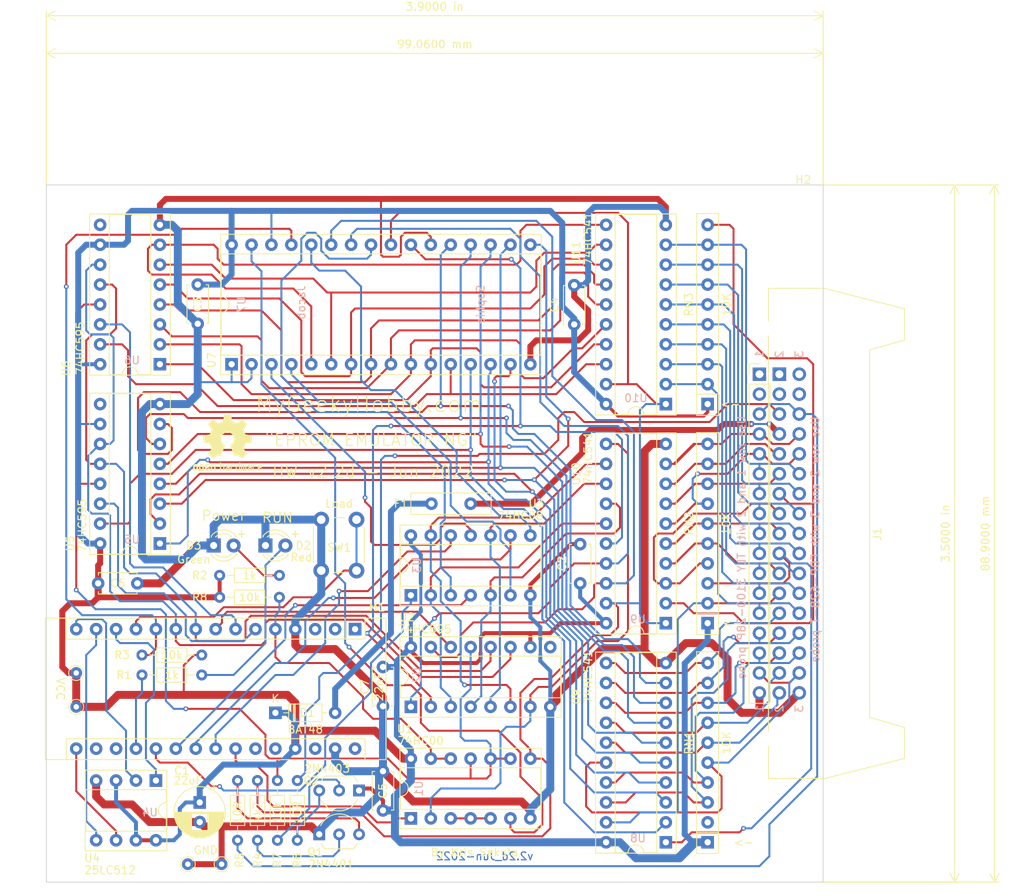
<source format=kicad_pcb>
(kicad_pcb (version 20221018) (generator pcbnew)
  (layers (0 "F.Cu" signal) (31 "B.Cu" signal) (34 "B.Paste" user) (36 "B.SilkS" user "B.Silkscreen") (37 "F.SilkS" user "F.Silkscreen") (38 "B.Mask" user) (39 "F.Mask" user) (44 "Edge.Cuts" user))
  (net 0 "")
  (net 1 "VCC")
  (net 2 "GND")
  (net 3 "Net-(D2-Pad2)")
  (net 4 "Net-(D3-Pad2)")
  (net 5 "/E_VCC")
  (net 6 "/E_RESET")
  (net 7 "/~{E_RESET}")
  (net 8 "/E_A15")
  (net 9 "/E_A14")
  (net 10 "/E_A12")
  (net 11 "/E_A13")
  (net 12 "/E_A7")
  (net 13 "/E_A8")
  (net 14 "/E_A6")
  (net 15 "/E_A9")
  (net 16 "/E_A5")
  (net 17 "/E_A11")
  (net 18 "/E_A4")
  (net 19 "/E_~{OE}")
  (net 20 "/E_A3")
  (net 21 "/E_A10")
  (net 22 "/E_A2")
  (net 23 "/E_~{CS}")
  (net 24 "/E_A1")
  (net 25 "/E_D7")
  (net 26 "/E_A0")
  (net 27 "/E_D6")
  (net 28 "/E_D0")
  (net 29 "/E_D5")
  (net 30 "/E_D1")
  (net 31 "/E_D4")
  (net 32 "/E_D2")
  (net 33 "/E_D3")
  (net 34 "/EN_RST")
  (net 35 "/EN_A11")
  (net 36 "/EN_A12")
  (net 37 "/EN_A13")
  (net 38 "/EN_A14")
  (net 39 "/SCLK")
  (net 40 "/EN_A15")
  (net 41 "/~{WE}")
  (net 42 "Net-(Q1-Pad2)")
  (net 43 "Net-(Q2-Pad2)")
  (net 44 "/RESET")
  (net 45 "/~{RESET}")
  (net 46 "/A15")
  (net 47 "/GT_A13")
  (net 48 "/A11")
  (net 49 "/GT_A11")
  (net 50 "/A13")
  (net 51 "/GT_A14")
  (net 52 "/A12")
  (net 53 "/GT_A12")
  (net 54 "/A14")
  (net 55 "/D1")
  (net 56 "/D2")
  (net 57 "/D3")
  (net 58 "/D4")
  (net 59 "/D5")
  (net 60 "/D6")
  (net 61 "/D7")
  (net 62 "/D0")
  (net 63 "/A0")
  (net 64 "/A7")
  (net 65 "/A6")
  (net 66 "/A5")
  (net 67 "/A4")
  (net 68 "/A3")
  (net 69 "/A2")
  (net 70 "/A1")
  (net 71 "/A9")
  (net 72 "/A10")
  (net 73 "/A8")
  (net 74 "/MISO")
  (net 75 "/SCK")
  (net 76 "/MOSI")
  (net 77 "/RUN_LED")
  (net 78 "/LD_BTN")
  (net 79 "/SS")
  (net 80 "/DATA")
  (net 81 "/ADLO")
  (net 82 "/ADHI")
  (net 83 "/DATA_LD")
  (net 84 "Net-(Q1-Pad3)")
  (net 85 "Net-(Q2-Pad3)")
  (net 86 "/GT_A15")
  (net 87 "Net-(U1-Pad3)")
  (net 88 "Net-(D1-Pad2)")
  (footprint "Capacitor_THT:CP_Radial_D6.3mm_P2.50mm" (layer "F.Cu") (at 131.445 126.746 -90)
    (fp_text reference "C1")
    (fp_text value "22uF")
  )
  (footprint "Capacitor_THT:C_Disc_D4.7mm_W2.5mm_P5.00mm" (layer "F.Cu") (at 179.197 65.786 90)
    (fp_text reference "C4")
    (fp_text value "100nF")
  )
  (footprint "Capacitor_THT:C_Disc_D4.7mm_W2.5mm_P5.00mm" (layer "F.Cu") (at 118.491 98.806)
    (fp_text reference "C6")
    (fp_text value "100nF")
  )
  (footprint "Capacitor_THT:C_Disc_D4.7mm_W2.5mm_P5.00mm" (layer "F.Cu") (at 154.813 109.474 -90)
    (fp_text reference "C7")
    (fp_text value "22nF")
  )
  (footprint "Package_TO_SOT_THT:TO-92_Inline_Wide" (layer "F.Cu") (at 151.765 125.222 180)
    (fp_text reference "Q2")
    (fp_text value "2N4403")
  )
  (footprint "Resistor_THT:R_Axial_DIN0204_L3.6mm_D1.6mm_P7.62mm_Horizontal" (layer "F.Cu") (at 131.699 110.49 180)
    (fp_text reference "R1")
    (fp_text value "1k")
  )
  (footprint "Resistor_THT:R_Axial_DIN0204_L3.6mm_D1.6mm_P7.62mm_Horizontal" (layer "F.Cu") (at 133.985 97.79)
    (fp_text reference "R2")
    (fp_text value "1k")
  )
  (footprint "Resistor_THT:R_Axial_DIN0204_L3.6mm_D1.6mm_P7.62mm_Horizontal" (layer "F.Cu") (at 131.699 107.95 180)
    (fp_text reference "R3")
    (fp_text value "10k")
  )
  (footprint "Resistor_THT:R_Axial_DIN0204_L3.6mm_D1.6mm_P7.62mm_Horizontal" (layer "F.Cu") (at 136.271 131.572 90)
    (fp_text reference "R5")
    (fp_text value "10R")
  )
  (footprint "Resistor_THT:R_Axial_DIN0204_L3.6mm_D1.6mm_P7.62mm_Horizontal" (layer "F.Cu") (at 143.891 131.572 90)
    (fp_text reference "R6")
    (fp_text value "10R")
  )
  (footprint "Resistor_THT:R_Axial_DIN0204_L3.6mm_D1.6mm_P7.62mm_Horizontal" (layer "F.Cu") (at 141.351 123.952 -90)
    (fp_text reference "R7")
    (fp_text value "10k")
  )
  (footprint "Package_DIP:DIP-20_W7.62mm_Socket" (layer "F.Cu") (at 190.881 75.946 180)
    (fp_text reference "U11")
    (fp_text value "74HC541")
  )
  (footprint "Package_DIP:DIP-20_W7.62mm_Socket" (layer "F.Cu") (at 190.881 103.886 180)
    (fp_text reference "U10")
    (fp_text value "74HC541")
  )
  (footprint "Resistor_THT:R_Array_SIP10" (layer "F.Cu") (at 196.215 131.826 90)
    (fp_text reference "RN1")
    (fp_text value "10K")
  )
  (footprint "Resistor_THT:R_Array_SIP10" (layer "F.Cu") (at 196.215 103.886 90)
    (fp_text reference "RN2")
    (fp_text value "10K")
  )
  (footprint "Connector_IDC:IDC-Header_2x17_P2.54mm_Horizontal_Lock" (layer "F.Cu") (at 205.359 72.136)
    (fp_text reference "J1")
    (fp_text value "IDC34")
  )
  (footprint "Capacitor_THT:C_Disc_D10.0mm_W2.5mm_P5.00mm" (layer "F.Cu") (at 165.989 88.646 180)
    (fp_text reference "F1")
    (fp_text value "Polyfuse_200mA")
  )
  (footprint "Package_DIP:DIP-20_W7.62mm_Socket" (layer "F.Cu") (at 190.881 131.826 180)
    (fp_text reference "U9")
    (fp_text value "74HC541")
  )
  (footprint "Capacitor_THT:C_Disc_D4.7mm_W2.5mm_P5.00mm" (layer "F.Cu") (at 131.191 60.706 -90)
    (fp_text reference "C3")
    (fp_text value "100nF")
  )
  (footprint "LED_THT:LED_D3.0mm" (layer "F.Cu") (at 139.827 93.98)
    (fp_text reference "D2")
    (fp_text value "LED")
  )
  (footprint "Package_DIP:DIP-16_W7.62mm_Socket" (layer "F.Cu") (at 126.365 93.726 180)
    (fp_text reference "U5")
    (fp_text value "74HC595")
  )
  (footprint "Package_DIP:DIP-16_W7.62mm_Socket" (layer "F.Cu") (at 126.365 70.866 180)
    (fp_text reference "U6")
    (fp_text value "74HC595")
  )
  (footprint "MountingHole:MountingHole_2.2mm_M2" (layer "F.Cu") (at 208.407 134.366)
    (fp_text reference "H1" hide)
    (fp_text value "MountingHole")
  )
  (footprint "MountingHole:MountingHole_2.2mm_M2" (layer "F.Cu") (at 208.407 50.546)
    (fp_text reference "H2")
    (fp_text value "MountingHole")
  )
  (footprint "MountingHole:MountingHole_2.2mm_M2" (layer "F.Cu") (at 114.427 50.546)
    (fp_text reference "H3" hide)
    (fp_text value "MountingHole")
  )
  (footprint "MountingHole:MountingHole_2.2mm_M2" (layer "F.Cu") (at 114.427 134.366)
    (fp_text reference "H4" hide)
    (fp_text value "MountingHole")
  )
  (footprint "Package_DIP:DIP-8_W7.62mm_Socket" (layer "F.Cu") (at 125.857 123.952 -90)
    (fp_text reference "U4")
    (fp_text value "25LC512")
  )
  (footprint "LED_THT:LED_D3.0mm" (layer "F.Cu") (at 133.223 93.98)
    (fp_text reference "D3")
    (fp_text value "LED")
  )
  (footprint "Button_Switch_THT:SW_PUSH_6mm" (layer "F.Cu") (at 146.939 97.178 90)
    (fp_text reference "SW1")
    (fp_text value "SW_Push")
  )
  (footprint "Module:Arduino_Nano" (layer "F.Cu") (at 151.257 104.648 -90)
    (fp_text reference "M1")
    (fp_text value "Arduino Nano v3.0")
  )
  (footprint "Package_DIP:DIP-14_W7.62mm_Socket" (layer "F.Cu") (at 158.369 100.33 90)
    (fp_text reference "U3")
    (fp_text value "74HC08")
  )
  (footprint "Package_DIP:DIP-14_W7.62mm_Socket" (layer "F.Cu") (at 158.369 128.778 90)
    (fp_text reference "U1")
    (fp_text value "74HC00")
  )
  (footprint "Capacitor_THT:C_Disc_D4.7mm_W2.5mm_P5.00mm" (layer "F.Cu") (at 154.813 127.762 90)
    (fp_text reference "C5")
    (fp_text value "100nF")
  )
  (footprint "Capacitor_THT:C_Disc_D4.7mm_W2.5mm_P5.00mm" (layer "F.Cu") (at 179.959 98.806 90)
    (fp_text reference "C2")
    (fp_text value "100nF")
  )
  (footprint "Package_DIP:DIP-16_W7.62mm_Socket" (layer "F.Cu") (at 158.369 114.554 90)
    (fp_text reference "U2")
    (fp_text value "74HC595")
  )
  (footprint "Resistor_THT:R_Axial_DIN0204_L3.6mm_D1.6mm_P7.62mm_Horizontal" (layer "F.Cu") (at 138.811 131.572 90)
    (fp_text reference "R4")
    (fp_text value "4k7")
  )
  (footprint "TestPoint:TestPoint_THTPad_D1.5mm_Drill0.7mm" (layer "F.Cu") (at 115.697 110.236)
    (fp_text reference "TP1" hide)
    (fp_text value "VCC")
  )
  (footprint "TestPoint:TestPoint_THTPad_D1.5mm_Drill0.7mm" (layer "F.Cu") (at 129.921 134.62)
    (fp_text reference "TP3" hide)
    (fp_text value "GND")
  )
  (footprint "TestPoint:TestPoint_THTPad_D1.5mm_Drill0.7mm" (layer "F.Cu") (at 134.239 134.62)
    (fp_text reference "TP2" hide)
    (fp_text value "GND")
  )
  (footprint "TestPoint:TestPoint_THTPad_D1.5mm_Drill0.7mm" (layer "F.Cu") (at 115.697 114.554)
    (fp_text reference "TP4" hide)
    (fp_text value "VCC")
  )
  (footprint "Symbol:OSHW-Logo2_9.8x8mm_SilkScreen" (layer "F.Cu") (at 135.001 81.026)
    (fp_text reference "H5" hide)
    (fp_text value "MountingHole" hide)
  )
  (footprint "Resistor_THT:R_Array_SIP10" (layer "F.Cu") (at 196.215 75.946 90)
    (fp_text reference "RN3")
    (fp_text value "10K")
  )
  (footprint "Diode_THT:D_DO-35_SOD27_P7.62mm_Horizontal" (layer "F.Cu") (at 141.097 115.316)
    (fp_text reference "D1")
    (fp_text value "BAT48")
  )
  (footprint "Package_TO_SOT_THT:TO-92_Inline_Wide" (layer "F.Cu") (at 146.685 130.81)
    (fp_text reference "Q1")
    (fp_text value "2N4401")
  )
  (footprint "Package_DIP:DIP-32_W15.24mm_Socket" (layer "F.Cu") (at 135.509 70.866 90)
    (fp_text reference "U7")
    (fp_text value "AS6C1008-55PCN")
  )
  (footprint "Resistor_THT:R_Axial_DIN0204_L3.6mm_D1.6mm_P7.62mm_Horizontal" (layer "F.Cu") (at 133.985 100.584)
    (fp_text reference "R8")
    (fp_text value "10k")
  )
  (footprint "" (layer "F.Cu") (at 204.597 118.618)
    (fp_text reference "")
    (fp_text value "")
  )
  (footprint "" (layer "F.Cu") (at 204.597 66.294)
    (fp_text reference "")
    (fp_text value "")
  )
  (footprint "Connector_PinHeader_2.54mm:PinHeader_1x17_P2.54mm_Vertical" (layer "F.Cu") (at 202.819 72.136)
    (fp_text reference "J2" hide)
    (fp_text value "Conn_01x17_Male")
  )
  (gr_line (start 210.947 48.006) (end 210.947 136.906) (stroke (width 0.1)) (layer "Edge.Cuts"))
  (gr_line (start 111.887 136.906) (end 111.887 48.006) (stroke (width 0.1)) (layer "Edge.Cuts"))
  (gr_line (start 210.947 136.906) (end 111.887 136.906) (stroke (width 0.1)) (layer "Edge.Cuts"))
  (gr_line (start 111.887 48.006) (end 210.947 48.006) (stroke (width 0.1)) (layer "Edge.Cuts"))
  (gr_text "v2.2d_Jun-2022" (at 167.767 133.604) (layer "B.Cu") (effects (font (size 1 1)) (justify mirror)))
  (gr_text "Sophie" (at 167.259 63.246 90) (layer "B.SilkS") (effects (font (size 1 1)) (justify mirror)))
  (gr_text "Jacob" (at 144.399 62.992 90) (layer "B.SilkS") (effects (font (size 1 1)) (justify mirror)))
  (gr_text "U6" (at 122.809 70.358) (layer "B.SilkS") (effects (font (size 1 1)) (justify mirror)))
  (gr_text "U5" (at 122.809 93.218) (layer "B.SilkS") (effects (font (size 1 1)) (justify mirror)))
  (gr_text "U2" (at 159.131 110.49 90) (layer "B.SilkS") (effects (font (size 1 1)) (justify mirror)))
  (gr_text "U1" (at 159.385 124.968 90) (layer "B.SilkS") (effects (font (size 1 1)) (justify mirror)))
  (gr_text "U3" (at 159.131 96.52 90) (layer "B.SilkS") (effects (font (size 1 1)) (justify mirror)))
  (gr_text "U8" (at 187.325 131.318) (layer "B.SilkS") (effects (font (size 1 1)) (justify mirror)))
  (gr_text "U9" (at 187.325 103.378) (layer "B.SilkS") (effects (font (size 1 1)) (justify mirror)))
  (gr_text "U10" (at 187.071 75.184) (layer "B.SilkS") (effects (font (size 1 1)) (justify mirror)))
  (gr_text "U4" (at 125.095 128.016) (layer "B.SilkS") (effects (font (size 1 1)) (justify mirror)))
  (gr_text "U7" (at 136.779 63.246 90) (layer "B.SilkS") (effects (font (size 1 1)) (justify mirror)))
  (gr_text "1" (at 202.819 69.596 90) (layer "B.SilkS") (effects (font (size 1 1)) (justify mirror)))
  (gr_text "2" (at 205.359 69.596 90) (layer "B.SilkS") (effects (font (size 1 1)) (justify mirror)))
  (gr_text "1" (at 202.819 114.808 90) (layer "B.SilkS") (effects (font (size 1 1)) (justify mirror)))
  (gr_text "Use row 2 and 3 with FDP-628-T probe" (at 209.931 93.218 90) (layer "B.SilkS") (effects (font (size 1 1)) (justify mirror)))
  (gr_text "Use row 1 and 2 with TLY 3100-28P probe" (at 200.533 94.234 90) (layer "B.SilkS") (effects (font (size 1 1)) (justify mirror)))
  (gr_text "3" (at 207.899 114.808 90) (layer "B.SilkS") (effects (font (size 1 1)) (justify mirror)))
  (gr_text "3" (at 207.899 69.596 90) (layer "B.SilkS") (effects (font (size 1 1)) (justify mirror)))
  (gr_text "2" (at 205.359 114.808 90) (layer "B.SilkS") (effects (font (size 1 1)) (justify mirror)))
  (gr_text "\"EPROM EMULATOR NG\"" (at 153.289 80.518) (layer "F.SilkS") (effects (font (size 1.524 1.524))))
  (gr_text "By Kris Sekula" (at 166.497 133.096) (layer "F.SilkS") (effects (font (size 1 1))))
  (gr_text "Load" (at 149.225 88.646) (layer "F.SilkS") (effects (font (size 1 1))))
  (gr_text "<-" (at 199.39 103.886) (layer "F.SilkS") (effects (font (size 1 1))))
  (gr_text "Red" (at 144.399 95.504) (layer "F.SilkS") (effects (font (size 1 1))))
  (gr_text "Green" (at 130.683 95.758) (layer "F.SilkS") (effects (font (size 1 1))))
  (gr_text "+" (at 143.637 92.456) (layer "F.SilkS") (effects (font (size 1 1))))
  (gr_text "+" (at 136.779 92.456) (layer "F.SilkS") (effects (font (size 1 1))))
  (gr_text "<-" (at 199.136 75.946) (layer "F.SilkS") (effects (font (size 1 1))))
  (gr_text "HW v2.2d - Jun 2022" (at 153.543 84.582) (layer "F.SilkS") (effects (font (size 1.524 1.524))))
  (gr_text "RUN" (at 141.351 90.424) (layer "F.SilkS") (effects (font (size 1.27 1.27))))
  (gr_text "Power" (at 134.493 90.17) (layer "F.SilkS") (effects (font (size 1.27 1.27))))
  (gr_text "<-" (at 200.787 131.826) (layer "F.SilkS") (effects (font (size 1 1))))
  (gr_text "VCC" (at 113.665 112.268 -90) (layer "F.SilkS") (effects (font (size 1 1))))
  (gr_text "MyGeekyHobby.com" (at 153.035 75.946) (layer "F.SilkS") (effects (font (size 2.032 2.032))))
  (gr_text "GND" (at 132.207 132.842) (layer "F.SilkS") (effects (font (size 1 1))))
  (dimension (type aligned) (layer "F.SilkS") (pts (xy 210.947 48.006) (xy 111.887 48.006)) (height 16.788996) (gr_text "99.0600 mm" (at 161.417 30.067004) (layer "F.SilkS") (effects (font (size 1 1) (thickness 0.15)))) (format (prefix "") (suffix "") (units 2) (units_format 1) (precision 4)) (style (thickness 0.12) (arrow_length 1.27) (text_position_mode 0) (extension_height 0.58642) (extension_offset 0) keep_text_aligned))
  (dimension (type aligned) (layer "F.SilkS") (pts (xy 210.947 48.006) (xy 210.947 136.906)) (height -16.764) (gr_text "3.5000 in" (at 226.561 92.456 90) (layer "F.SilkS") (effects (font (size 1 1) (thickness 0.15)))) (format (prefix "") (suffix "") (units 0) (units_format 1) (precision 4)) (style (thickness 0.12) (arrow_length 1.27) (text_position_mode 0) (extension_height 0.58642) (extension_offset 0) keep_text_aligned))
  (dimension (type aligned) (layer "F.SilkS") (pts (xy 210.947 136.906) (xy 210.947 48.006)) (height 21.844) (gr_text "88.9000 mm" (at 231.641 92.456 90) (layer "F.SilkS") (effects (font (size 1 1) (thickness 0.15)))) (format (prefix "") (suffix "") (units 2) (units_format 1) (precision 4)) (style (thickness 0.12) (arrow_length 1.27) (text_position_mode 0) (extension_height 0.58642) (extension_offset 0) keep_text_aligned))
  (dimension (type aligned) (layer "F.SilkS") (pts (xy 111.887 48.006) (xy 210.947 48.006)) (height -21.59) (gr_text "3.9000 in" (at 161.417 25.266) (layer "F.SilkS") (effects (font (size 1 1) (thickness 0.15)))) (format (prefix "") (suffix "") (units 0) (units_format 1) (precision 4)) (style (thickness 0.12) (arrow_length 1.27) (text_position_mode 0) (extension_height 0.58642) (extension_offset 0) keep_text_aligned))
  (segment (start 118.491 98.806) (end 118.491 96.52) (width 0.762) (layer "F.Cu") (net 1))
  (segment (start 114.681 110.236) (end 113.919 109.474) (width 0.762) (layer "F.Cu") (net 1))
  (segment (start 196.215 76.962) (end 196.215 75.946) (width 0.4064) (layer "F.Cu") (net 1))
  (segment (start 123.317 131.572) (end 125.857 131.572) (width 0.508) (layer "F.Cu") (net 1))
  (segment (start 153.797 117.602) (end 157.353 121.158) (width 1.016) (layer "F.Cu") (net 1))
  (segment (start 177.419 103.886) (end 183.261 103.886) (width 0.508) (layer "F.Cu") (net 1))
  (segment (start 129.413 113.03) (end 121.031 113.03) (width 1.016) (layer "F.Cu") (net 1))
  (segment (start 118.491 100.584) (end 118.491 98.806) (width 0.889) (layer "F.Cu") (net 1))
  (segment (start 173.609 105.156) (end 176.149 105.156) (width 0.508) (layer "F.Cu") (net 1))
  (segment (start 118.491 100.584) (end 133.985 100.584) (width 0.762) (layer "F.Cu") (net 1))
  (segment (start 119.507 114.554) (end 115.697 114.554) (width 1.016) (layer "F.Cu") (net 1))
  (segment (start 118.491 96.52) (end 118.745 96.266) (width 0.762) (layer "F.Cu") (net 1))
  (segment (start 121.031 113.03) (end 119.507 114.554) (width 1.016) (layer "F.Cu") (net 1))
  (segment (start 115.697 114.554) (end 115.697 110.236) (width 1.016) (layer "F.Cu") (net 1))
  (segment (start 158.369 106.934) (end 158.369 107.442) (width 0.508) (layer "F.Cu") (net 1))
  (segment (start 113.919 102.362) (end 114.935 101.346) (width 0.762) (layer "F.Cu") (net 1))
  (segment (start 115.697 110.236) (end 114.681 110.236) (width 0.762) (layer "F.Cu") (net 1))
  (segment (start 143.637 117.602) (end 153.797 117.602) (width 1.016) (layer "F.Cu") (net 1))
  (segment (start 167.767 105.156) (end 173.609 105.156) (width 0.508) (layer "F.Cu") (net 1))
  (segment (start 184.785 77.47) (end 195.707 77.47) (width 0.4064) (layer "F.Cu") (net 1))
  (segment (start 158.369 107.442) (end 159.893 108.966) (width 0.508) (layer "F.Cu") (net 1))
  (segment (start 167.259 105.664) (end 167.767 105.156) (width 0.508) (layer "F.Cu") (net 1))
  (segment (start 133.985 100.584) (end 133.985 97.79) (width 0.508) (layer "F.Cu") (net 1))
  (segment (start 118.745 96.266) (end 118.745 93.726) (width 0.762) (layer "F.Cu") (net 1))
  (segment (start 130.709051 107.95) (end 129.413 109.246051) (width 0.254) (layer "F.Cu") (net 1))
  (segment (start 167.259 107.696) (end 167.259 105.664) (width 0.3556) (layer "F.Cu") (net 1))
  (segment (start 114.935 101.346) (end 117.729 101.346) (width 0.762) (layer "F.Cu") (net 1))
  (segment (start 113.919 109.474) (end 113.919 102.362) (width 0.762) (layer "F.Cu") (net 1))
  (segment (start 154.813 126.492) (end 153.289 124.968) (width 0.508) (layer "F.Cu") (net 1))
  (segment (start 183.261 75.946) (end 184.785 77.47) (width 0.4064) (layer "F.Cu") (net 1))
  (segment (start 142.621 113.03) (end 129.413 113.03) (width 1.016) (layer "F.Cu") (net 1))
  (segment (start 152.019 124.968) (end 151.765 124.968) (width 0.508) (layer "F.Cu") (net 1))
  (segment (start 166.751 108.966) (end 167.259 108.458) (width 0.508) (layer "F.Cu") (net 1))
  (segment (start 173.609 105.156) (end 173.609 106.934) (width 0.508) (layer "F.Cu") (net 1))
  (segment (start 143.637 114.046) (end 142.621 113.03) (width 1.016) (layer "F.Cu") (net 1))
  (segment (start 176.149 105.156) (end 177.419 103.886) (width 0.508) (layer "F.Cu") (net 1))
  (segment (start 195.707 77.47) (end 196.215 76.962) (width 0.4064) (layer "F.Cu") (net 1))
  (segment (start 152.019 124.968) (end 151.765 125.222) (width 0.254) (layer "F.Cu") (net 1))
  (segment (start 167.259 108.458) (end 167.259 107.696) (width 0.508) (layer "F.Cu") (net 1))
  (segment (start 143.637 117.602) (end 143.637 114.046) (width 1.016) (layer "F.Cu") (net 1))
  (segment (start 117.729 101.346) (end 118.491 100.584) (width 0.762) (layer "F.Cu") (net 1))
  (segment (start 154.813 127.762) (end 154.813 126.492) (width 0.508) (layer "F.Cu") (net 1))
  (segment (start 131.699 107.95) (end 130.709051 107.95) (width 0.254) (layer "F.Cu") (net 1))
  (segment (start 157.353 121.158) (end 158.369 121.158) (width 1.016) (layer "F.Cu") (net 1))
  (segment (start 159.893 108.966) (end 166.751 108.966) (width 0.508) (layer "F.Cu") (net 1))
  (segment (start 129.413 109.246051) (end 129.413 113.03) (width 0.254) (layer "F.Cu") (net 1))
  (segment (start 143.637 119.888) (end 143.637 117.602) (width 1.016) (layer "F.Cu") (net 1))
  (segment (start 153.289 124.968) (end 152.019 124.968) (width 0.508) (layer "F.Cu") (net 1))
  (segment (start 115.951 78.486) (end 115.951 70.866) (width 0.762) (layer "B.Cu") (net 1))
  (segment (start 159.639 102.406) (end 158.369 103.676) (width 0.508) (layer "B.Cu") (net 1))
  (segment (start 196.215 106.0833) (end 193.294 109.0043) (width 0.762) (layer "B.Cu") (net 1))
  (segment (start 185.039 131.826) (end 183.261 131.826) (width 1.016) (layer "B.Cu") (net 1))
  (segment (start 158.369 93.8913) (end 159.639 95.1613) (width 0.508) (layer "B.Cu") (net 1))
  (segment (start 140.589 51.562) (end 140.589 55.626) (width 0.254) (layer "B.Cu") (net 1))
  (segment (start 134.455 121.92) (end 131.445 124.93) (width 0.762) (layer "B.Cu") (net 1))
  (segment (start 158.369 123.952) (end 158.369 121.158) (width 1.016) (layer "B.Cu") (net 1))
  (segment (start 141.605 121.92) (end 134.455 121.92) (width 0.762) (layer "B.Cu") (net 1))
  (segment (start 117.221 93.726) (end 115.951 92.456) (width 0.762) (layer "B.Cu") (net 1))
  (segment (start 143.637 116.332) (end 143.637 119.888) (width 0.762) (layer "B.Cu") (net 1))
  (segment (start 128.905 130.81) (end 128.905 127.508) (width 0.508) (layer "B.Cu") (net 1))
  (segment (start 196.215 103.886) (end 196.215 106.0833) (width 0.762) (layer "B.Cu") (net 1))
  (segment (start 122.301 55.118) (end 121.793 55.626) (width 0.762) (layer "B.Cu") (net 1))
  (segment (start 156.591 108.712) (end 156.591 109.474) (width 0.762) (layer "B.Cu") (net 1))
  (segment (start 156.337 127.762) (end 156.337 125.984) (width 1.016) (layer "B.Cu") (net 1))
  (segment (start 115.951 92.456) (end 115.951 78.486) (width 0.762) (layer "B.Cu") (net 1))
  (segment (start 122.809 51.308) (end 135.509 51.308) (width 0.762) (layer "B.Cu") (net 1))
  (segment (start 120.777 126.746) (end 120.777 123.952) (width 0.508) (layer "B.Cu") (net 1))
  (segment (start 158.369 103.676) (end 158.369 106.934) (width 0.508) (layer "B.Cu") (net 1))
  (segment (start 123.317 129.286) (end 120.777 126.746) (width 0.508) (layer "B.Cu") (net 1))
  (segment (start 156.337 131.064) (end 157.099 131.826) (width 1.016) (layer "B.Cu") (net 1))
  (segment (start 129.667 126.746) (end 131.445 126.746) (width 0.508) (layer "B.Cu") (net 1))
  (segment (start 194.691 131.826) (end 192.659 133.858) (width 1.016) (layer "B.Cu") (net 1))
  (segment (start 196.215 131.826) (end 194.437 131.826) (width 1.016) (layer "B.Cu") (net 1))
  (segment (start 193.294 109.0043) (end 193.294 130.81) (width 0.762) (layer "B.Cu") (net 1))
  (segment (start 135.509 51.308) (end 135.509 55.626) (width 0.762) (layer "B.Cu") (net 1))
  (segment (start 192.659 133.858) (end 187.071 133.858) (width 1.016) (layer "B.Cu") (net 1))
  (segment (start 187.071 133.858) (end 185.039 131.826) (width 1.016) (layer "B.Cu") (net 1))
  (segment (start 183.261 103.886) (end 179.959 100.584) (width 0.508) (layer "B.Cu") (net 1))
  (segment (start 140.335 51.308) (end 140.589 51.562) (width 0.254) (layer "B.Cu") (net 1))
  (segment (start 135.509 59.436) (end 134.239 60.706) (width 0.762) (layer "B.Cu") (net 1))
  (segment (start 158.369 92.71) (end 158.369 93.8913) (width 0.508) (layer "B.Cu") (net 1))
  (segment (start 193.294 130.81) (end 194.437 131.953) (width 0.762) (layer "B.Cu") (net 1))
  (segment (start 179.959 100.584) (end 179.959 98.806) (width 0.508) (layer "B.Cu") (net 1))
  (segment (start 135.509 55.626) (end 135.509 59.436) (width 0.762) (layer "B.Cu") (net 1))
  (segment (start 141.097 115.316) (end 142.621 115.316) (width 0.762) (layer "B.Cu") (net 1))
  (segment (start 116.967 55.626) (end 118.745 55.626) (width 0.762) (layer "B.Cu") (net 1))
  (segment (start 159.639 98.806) (end 159.639 102.108) (width 0.3556) (layer "B.Cu") (net 1))
  (segment (start 179.197 71.882) (end 179.197 65.024) (width 0.762) (layer "B.Cu") (net 1))
  (segment (start 122.809 51.308) (end 122.301 51.816) (width 0.762) (layer "B.Cu") (net 1))
  (segment (start 156.591 118.199) (end 158.369 119.977) (width 0.762) (layer "B.Cu") (net 1))
  (segment (start 159.639 95.1613) (end 159.639 98.806) (width 0.508) (layer "B.Cu") (net 1))
  (segment (start 183.261 75.946) (end 179.197 71.882) (width 0.762) (layer "B.Cu") (net 1))
  (segment (start 128.905 127.508) (end 129.667 126.746) (width 0.508) (layer "B.Cu") (net 1))
  (segment (start 128.143 131.572) (end 128.905 130.81) (width 0.508) (layer "B.Cu") (net 1))
  (segment (start 154.813 127.762) (end 156.337 127.762) (width 1.016) (layer "B.Cu") (net 1))
  (segment (start 157.099 131.826) (end 183.261 131.826) (width 1.016) (layer "B.Cu") (net 1))
  (segment (start 121.793 55.626) (end 118.745 55.626) (width 0.762) (layer "B.Cu") (net 1))
  (segment (start 158.369 106.934) (end 156.591 108.712) (width 0.762) (layer "B.Cu") (net 1))
  (segment (start 115.951 70.866) (end 115.951 56.642) (width 0.762) (layer "B.Cu") (net 1))
  (segment (start 118.745 93.726) (end 117.221 93.726) (width 0.762) (layer "B.Cu") (net 1))
  (segment (start 156.337 125.984) (end 158.369 123.952) (width 1.016) (layer "B.Cu") (net 1))
  (segment (start 194.437 131.826) (end 192.405 133.858) (width 1.016) (layer "B.Cu") (net 1))
  (segment (start 179.197 65.024) (end 177.673 63.5) (width 0.762) (layer "B.Cu") (net 1))
  (segment (start 159.639 102.108) (end 159.639 102.406) (width 0.508) (layer "B.Cu") (net 1))
  (segment (start 176.149 51.308) (end 135.509 51.308) (width 0.762) (layer "B.Cu") (net 1))
  (segment (start 156.591 109.474) (end 154.813 109.474) (width 0.762) (layer "B.Cu") (net 1))
  (segment (start 158.369 119.977) (end 158.369 121.158) (width 0.762) (layer "B.Cu") (net 1))
  (segment (start 131.445 124.93) (end 131.445 126.746) (width 0.762) (layer "B.Cu") (net 1))
  (segment (start 156.337 127.762) (end 156.337 131.064) (width 1.016) (layer "B.Cu") (net 1))
  (segment (start 115.951 70.866) (end 118.745 70.866) (width 0.508) (layer "B.Cu") (net 1))
  (segment (start 177.673 52.832) (end 176.149 51.308) (width 0.762) (layer "B.Cu") (net 1))
  (segment (start 115.951 56.642) (end 116.967 55.626) (width 0.762) (layer "B.Cu") (net 1))
  (segment (start 125.857 131.572) (end 128.143 131.572) (width 0.508) (layer "B.Cu") (net 1))
  (segment (start 123.317 131.572) (end 123.317 129.286) (width 0.508) (layer "B.Cu") (net 1))
  (segment (start 177.673 63.5) (end 177.673 52.832) (width 0.762) (layer "B.Cu") (net 1))
  (segment (start 156.591 109.474) (end 156.591 118.199) (width 0.762) (layer "B.Cu") (net 1))
  (segment (start 142.621 115.316) (end 143.637 116.332) (width 0.762) (layer "B.Cu") (net 1))
  (segment (start 122.301 51.816) (end 122.301 55.118) (width 0.762) (layer "B.Cu") (net 1))
  (segment (start 143.637 119.888) (end 141.605 121.92) (width 0.762) (layer "B.Cu") (net 1))
  (segment (start 118.745 78.486) (end 115.951 78.486) (width 0.254) (layer "B.Cu") (net 1))
  (segment (start 134.239 60.706) (end 131.191 60.706) (width 0.762) (layer "B.Cu") (net 1))
  (segment (start 180.975 66.548) (end 180.975 64.008) (width 0.762) (layer "F.Cu") (net 2))
  (segment (start 160.401 54.102) (end 157.607 54.102) (width 0.254) (layer "F.Cu") (net 2))
  (segment (start 160.909 55.626) (end 160.909 54.61) (width 0.254) (layer "F.Cu") (net 2))
  (segment (start 144.145 107.188) (end 148.717 107.188) (width 1.016) (layer "F.Cu") (net 2))
  (segment (start 133.985 129.794) (end 134.239 130.048) (width 0.762) (layer "F.Cu") (net 2))
  (segment (start 176.149 114.554) (end 176.949 113.754) (width 1.016) (layer "F.Cu") (net 2))
  (segment (start 179.959 93.806) (end 178.943 93.806) (width 0.508) (layer "F.Cu") (net 2))
  (segment (start 176.949 112.966) (end 182.727 107.188) (width 1.016) (layer "F.Cu") (net 2))
  (segment (start 157.099 56.896) (end 156.845 57.15) (width 0.254) (layer "F.Cu") (net 2))
  (segment (start 131.445 129.246) (end 125.055 129.246) (width 1.016) (layer "F.Cu") (net 2))
  (segment (start 134.239 130.048) (end 134.239 134.62) (width 0.762) (layer "F.Cu") (net 2))
  (segment (start 205.359 115.316) (end 207.899 112.776) (width 1.016) (layer "F.Cu") (net 2))
  (segment (start 179.197 62.23) (end 179.197 60.786) (width 0.762) (layer "F.Cu") (net 2))
  (segment (start 126.365 53.086) (end 126.365 50.546) (width 0.762) (layer "F.Cu") (net 2))
  (segment (start 157.607 54.102) (end 157.099 54.61) (width 0.254) (layer "F.Cu") (net 2))
  (segment (start 180.975 64.008) (end 179.197 62.23) (width 0.762) (layer "F.Cu") (net 2))
  (segment (start 198.755 108.458) (end 198.755 113.538) (width 1.016) (layer "F.Cu") (net 2))
  (segment (start 133.223 93.98) (end 131.191 93.98) (width 1.016) (layer "F.Cu") (net 2))
  (segment (start 131.191 93.98) (end 126.365 98.806) (width 1.016) (layer "F.Cu") (net 2))
  (segment (start 188.176 107.442) (end 188.176 81.9533) (width 1.016) (layer "F.Cu") (net 2))
  (segment (start 119.253 127) (end 118.237 125.984) (width 1.016) (layer "F.Cu") (net 2))
  (segment (start 173.609 100.33) (end 173.609 98.9774) (width 0.508) (layer "F.Cu") (net 2))
  (segment (start 173.609 127.762) (end 173.609 128.778) (width 1.016) (layer "F.Cu") (net 2))
  (segment (start 127.127 49.784) (end 189.865 49.784) (width 0.762) (layer "F.Cu") (net 2))
  (segment (start 202.819 115.316) (end 205.359 115.316) (width 1.016) (layer "F.Cu") (net 2))
  (segment (start 173.609 70.866) (end 173.609 68.58) (width 0.762) (layer "F.Cu") (net 2))
  (segment (start 189.103 81.026) (end 190.881 81.026) (width 1.016) (layer "F.Cu") (net 2))
  (segment (start 189.865 49.784) (end 190.881 50.8) (width 0.762) (layer "F.Cu") (net 2))
  (segment (start 200.533 115.316) (end 202.819 115.316) (width 1.016) (layer "F.Cu") (net 2))
  (segment (start 146.685 130.81) (end 145.669 129.794) (width 1.016) (layer "F.Cu") (net 2))
  (segment (start 173.609 98.9774) (end 178.78 93.806) (width 0.508) (layer "F.Cu") (net 2))
  (segment (start 196.723 106.426) (end 198.755 108.458) (width 1.016) (layer "F.Cu") (net 2))
  (segment (start 189.7 108.966) (end 188.176 107.442) (width 1.016) (layer "F.Cu") (net 2))
  (segment (start 190.881 50.8) (end 190.881 53.086) (width 0.762) (layer "F.Cu") (net 2))
  (segment (start 176.949 113.754) (end 176.949 112.966) (width 1.016) (layer "F.Cu") (net 2))
  (segment (start 131.993 129.794) (end 131.445 129.246) (width 1.016) (layer "F.Cu") (net 2))
  (segment (start 154.559 56.896) (end 154.559 50.038) (width 0.254) (layer "F.Cu") (net 2))
  (segment (start 143.637 106.68) (end 144.145 107.188) (width 1.016) (layer "F.Cu") (net 2))
  (segment (start 125.055 129.246) (end 122.809 127) (width 1.016) (layer "F.Cu") (net 2))
  (segment (start 126.365 98.806) (end 123.491 98.806) (width 1.016) (layer "F.Cu") (net 2))
  (segment (start 198.755 113.538) (end 200.533 115.316) (width 1.016) (layer "F.Cu") (net 2))
  (segment (start 154.813 122.762) (end 158.674 126.623) (width 1.016) (layer "F.Cu") (net 2))
  (segment (start 190.881 108.966) (end 193.167 106.68) (width 1.016) (layer "F.Cu") (net 2))
  (segment (start 126.365 50.546) (end 127.127 49.784) (width 0.762) (layer "F.Cu") (net 2))
  (segment (start 158.674 126.623) (end 172.47 126.623) (width 1.016) (layer "F.Cu") (net 2))
  (segment (start 133.985 129.794) (end 131.993 129.794) (width 1.016) (layer "F.Cu") (net 2))
  (segment (start 154.559 50.038) (end 154.305 49.784) (width 0.254) (layer "F.Cu") (net 2))
  (segment (start 157.099 54.61) (end 157.099 56.896) (width 0.254) (layer "F.Cu") (net 2))
  (segment (start 148.717 107.188) (end 154.813 113.284) (width 1.016) (layer "F.Cu") (net 2))
  (segment (start 193.421 106.426) (end 196.723 106.426) (width 1.016) (layer "F.Cu") (net 2))
  (segment (start 154.813 57.15) (end 154.559 56.896) (width 0.254) (layer "F.Cu") (net 2))
  (segment (start 118.237 125.984) (end 118.237 123.952) (width 1.016) (layer "F.Cu") (net 2))
  (segment (start 174.371 67.818) (end 179.705 67.818) (width 0.762) (layer "F.Cu") (net 2))
  (segment (start 129.921 134.62) (end 134.239 134.62) (width 0.762) (layer "F.Cu") (net 2))
  (segment (start 156.845 57.15) (end 154.813 57.15) (width 0.254) (layer "F.Cu") (net 2))
  (segment (start 154.813 113.284) (end 154.813 114.474) (width 1.016) (layer "F.Cu") (net 2))
  (segment (start 202.819 112.776) (end 202.819 115.316) (width 1.016) (layer "F.Cu") (net 2))
  (segment (start 187.922 107.188) (end 188.176 107.442) (width 1.016) (layer "F.Cu") (net 2))
  (segment (start 160.909 54.61) (end 160.401 54.102) (width 0.254) (layer "F.Cu") (net 2))
  (segment (start 172.47 126.623) (end 173.609 127.762) (width 1.016) (layer "F.Cu") (net 2))
  (segment (start 179.705 67.818) (end 180.975 66.548) (width 0.762) (layer "F.Cu") (net 2))
  (segment (start 182.727 107.188) (end 187.922 107.188) (width 1.016) (layer "F.Cu") (net 2))
  (segment (start 178.78 93.806) (end 178.943 93.806) (width 0.508) (layer "F.Cu") (net 2))
  (segment (start 188.176 81.9533) (end 189.103 81.026) (width 1.016) (layer "F.Cu") (net 2))
  (segment (start 190.881 108.966) (end 189.7 108.966) (width 1.016) (layer "F.Cu") (net 2))
  (segment (start 173.609 68.58) (end 174.371 67.818) (width 0.762) (layer "F.Cu") (net 2))
  (segment (start 145.669 129.794) (end 133.985 129.794) (width 1.016) (layer "F.Cu") (net 2))
  (segment (start 122.809 127) (end 119.253 127) (width 1.016) (layer "F.Cu") (net 2))
  (segment (start 143.637 104.648) (end 143.637 106.68) (width 1.016) (layer "F.Cu") (net 2))
  (segment (start 146.939 97.178) (end 146.939 100.165) (width 1.016) (layer "B.Cu") (net 2))
  (segment (start 129.921 75.946) (end 126.365 75.946) (width 1.016) (layer "B.Cu") (net 2))
  (segment (start 138.049 72.644) (end 137.541 73.152) (width 0.254) (layer "B.Cu") (net 2))
  (segment (start 154.813 122.762) (end 150.067 122.762) (width 1.016) (layer "B.Cu") (net 2))
  (segment (start 176.149 109.982) (end 176.149 114.554) (width 0.508) (layer "B.Cu") (net 2))
  (segment (start 174.879 107.95) (end 174.879 108.712) (width 0.508) (layer "B.Cu") (net 2))
  (segment (start 138.049 70.866) (end 138.049 72.644) (width 0.254) (layer "B.Cu") (net 2))
  (segment (start 131.191 74.676) (end 129.921 75.946) (width 1.016) (layer "B.Cu") (net 2))
  (segment (start 190.881 51.562) (end 190.119 50.8) (width 0.762) (layer "B.Cu") (net 2))
  (segment (start 135.509 70.866) (end 135.509 73.152) (width 0.254) (layer "B.Cu") (net 2))
  (segment (start 174.879 104.394) (end 173.609 103.124) (width 0.508) (layer "B.Cu") (net 2))
  (segment (start 127.889 53.086) (end 128.651 53.848) (width 1.016) (layer "B.Cu") (net 2))
  (segment (start 124.079 76.962) (end 125.095 75.946) (width 1.016) (layer "B.Cu") (net 2))
  (segment (start 154.305 123.27) (end 154.813 122.762) (width 1.016) (layer "B.Cu") (net 2))
  (segment (start 174.879 108.712) (end 176.149 109.982) (width 0.508) (layer "B.Cu") (net 2))
  (segment (start 150.067 122.762) (end 148.717 121.412) (width 1.016) (layer "B.Cu") (net 2))
  (segment (start 146.939 100.165) (end 143.637 103.467) (width 1.016) (layer "B.Cu") (net 2))
  (segment (start 126.365 53.086) (end 127.889 53.086) (width 1.016) (layer "B.Cu") (net 2))
  (segment (start 143.637 103.467) (end 143.637 104.648) (width 1.016) (layer "B.Cu") (net 2))
  (segment (start 124.587 95.758) (end 124.079 95.25) (width 1.016) (layer "B.Cu") (net 2))
  (segment (start 154.813 114.474) (end 154.813 122.762) (width 1.016) (layer "B.Cu") (net 2))
  (segment (start 139.827 90.678) (end 133.985 90.678) (width 1.016) (layer "B.Cu") (net 2))
  (segment (start 148.971 128.016) (end 152.103 128.016) (width 1.016) (layer "B.Cu") (net 2))
  (segment (start 180.975 60.198) (end 180.387 60.786) (width 0.762) (layer "B.Cu") (net 2))
  (segment (start 190.119 50.8) (end 181.737 50.8) (width 0.762) (layer "B.Cu") (net 2))
  (segment (start 131.307 93.98) (end 129.529 95.758) (width 1.016) (layer "B.Cu") (net 2))
  (segment (start 124.079 95.25) (end 124.079 76.962) (width 1.016) (layer "B.Cu") (net 2))
  (segment (start 146.685 130.81) (end 146.685 130.302) (width 1.016) (layer "B.Cu") (net 2))
  (segment (start 174.879 105.918) (end 174.879 104.394) (width 0.508) (layer "B.Cu") (net 2))
  (segment (start 125.095 75.946) (end 126.365 75.946) (width 1.016) (layer "B.Cu") (net 2))
  (segment (start 173.609 127.597) (end 176.149 125.057) (width 1.016) (layer "B.Cu") (net 2))
  (segment (start 180.387 60.786) (end 179.197 60.786) (width 0.762) (layer "B.Cu") (net 2))
  (segment (start 129.529 95.758) (end 124.587 95.758) (width 1.016) (layer "B.Cu") (net 2))
  (segment (start 181.737 50.8) (end 180.975 51.562) (width 0.762) (layer "B.Cu") (net 2))
  (segment (start 173.609 103.124) (end 173.609 100.33) (width 0.508) (layer "B.Cu") (net 2))
  (segment (start 190.881 53.086) (end 190.881 51.562) (width 0.762) (layer "B.Cu") (net 2))
  (segment (start 173.609 128.778) (end 173.609 127.597) (width 1.016) (layer "B.Cu") (net 2))
  (segment (start 133.985 90.678) (end 133.223 91.44) (width 1.016) (layer "B.Cu") (net 2))
  (segment (start 133.223 93.98) (end 131.307 93.98) (width 1.016) (layer "B.Cu") (net 2))
  (segment (start 137.541 73.152) (end 135.509 73.152) (width 0.254) (layer "B.Cu") (net 2))
  (segment (start 146.939 90.678) (end 139.827 90.678) (width 1.016) (layer "B.Cu") (net 2))
  (segment (start 148.717 121.412) (end 148.717 119.888) (width 1.016) (layer "B.Cu") (net 2))
  (segment (start 146.939 90.678) (end 146.939 97.178) (width 1.016) (layer "B.Cu") (net 2))
  (segment (start 152.103 128.016) (end 154.305 125.814) (width 1.016) (layer "B.Cu") (net 2))
  (segment (start 133.223 91.44) (end 133.223 93.98) (width 1.016) (layer "B.Cu") (net 2))
  (segment (start 128.651 53.848) (end 128.651 63.166) (width 1.016) (layer "B.Cu") (net 2))
  (segment (start 128.651 63.166) (end 131.191 65.706) (width 1.016) (layer "B.Cu") (net 2))
  (segment (start 139.827 90.678) (end 139.827 93.98) (width 1.016) (layer "B.Cu") (net 2))
  (segment (start 135.509 73.152) (end 131.191 73.152) (width 0.254) (layer "B.Cu") (net 2))
  (segment (start 154.305 125.814) (end 154.305 123.27) (width 1.016) (layer "B.Cu") (net 2))
  (segment (start 176.149 125.057) (end 176.149 114.554) (width 1.016) (layer "B.Cu") (net 2))
  (segment (start 146.685 130.302) (end 148.971 128.016) (width 1.016) (layer "B.Cu") (net 2))
  (segment (start 174.879 105.918) (end 174.879 107.95) (width 0.4064) (layer "B.Cu") (net 2))
  (segment (start 180.975 51.562) (end 180.975 60.198) (width 0.762) (layer "B.Cu") (net 2))
  (segment (start 131.191 65.706) (end 131.191 74.676) (width 1.016) (layer "B.Cu") (net 2))
  (segment (start 139.827 96.52) (end 142.367 93.98) (width 0.254) (layer "B.Cu") (net 3))
  (segment (start 131.699 110.49) (end 135.763 110.49) (width 0.254) (layer "B.Cu") (net 3))
  (segment (start 139.827 106.426) (end 139.827 96.52) (width 0.254) (layer "B.Cu") (net 3))
  (segment (start 135.763 110.49) (end 139.827 106.426) (width 0.254) (layer "B.Cu") (net 3))
  (segment (start 141.605 97.79) (end 139.573 97.79) (width 0.254) (layer "F.Cu") (net 4))
  (segment (start 139.573 97.79) (end 135.763 93.98) (width 0.254) (layer "F.Cu") (net 4))
  (segment (start 165.989 88.646) (end 173.736 88.646) (width 0.762) (layer "F.Cu") (net 5))
  (segment (start 204.089 78.486) (end 205.359 79.756) (width 0.762) (layer "F.Cu") (net 5))
  (segment (start 180.213 80.264) (end 181.229 79.248) (width 0.762) (layer "F.Cu") (net 5))
  (segment (start 180.213 82.169) (end 180.213 80.264) (width 0.762) (layer "F.Cu") (net 5))
  (segment (start 197.485 79.248) (end 198.247 78.486) (width 0.762) (layer "F.Cu") (net 5))
  (segment (start 198.247 78.486) (end 201.803 78.486) (width 0.762) (layer "F.Cu") (net 5))
  (segment (start 204.089 78.486) (end 201.803082 78.486) (width 0.254) (layer "F.Cu") (net 5))
  (segment (start 173.736 88.646) (end 180.213 82.169) (width 0.762) (layer "F.Cu") (net 5))
  (segment (start 181.229 79.248) (end 197.485 79.248) (width 0.762) (layer "F.Cu") (net 5))
  (via (at 201.803082 78.486) (size 0.6096) (drill 0.3048) (layers "F.Cu" "B.Cu") (net 5))
  (via (at 204.089 78.486) (size 0.6096) (drill 0.3048) (layers "F.Cu" "B.Cu") (net 5))
  (segment (start 204.089 78.486) (end 201.803082 78.486) (width 0.254) (layer "B.Cu") (net 5))
  (segment (start 196.469 78.232) (end 180.467 78.232) (width 0.254) (layer "F.Cu") (net 6))
  (segment (start 175.387 82.296) (end 167.131495 82.296) (width 0.254) (layer "F.Cu") (net 6))
  (segment (start 180.465988 78.232) (end 179.195988 76.962) (width 0.254) (layer "F.Cu") (net 6))
  (segment (start 166.877495 82.55) (end 156.768052 82.55) (width 0.254) (layer "F.Cu") (net 6))
  (segment (start 205.359 77.216) (end 204.089 75.946) (width 0.254) (layer "F.Cu") (net 6))
  (segment (start 177.165 80.518) (end 175.387 82.296) (width 0.254) (layer "F.Cu") (net 6))
  (segment (start 179.195988 76.962) (end 177.928012 76.962) (width 0.254) (layer "F.Cu") (net 6))
  (segment (start 156.768052 82.55) (end 156.337 82.55) (width 0.254) (layer "F.Cu") (net 6))
  (segment (start 177.165 77.725012) (end 177.165 80.518) (width 0.254) (layer "F.Cu") (net 6))
  (segment (start 198.755 75.946) (end 196.469 78.232) (width 0.254) (layer "F.Cu") (net 6))
  (segment (start 204.089 75.946) (end 198.755 75.946) (width 0.254) (layer "F.Cu") (net 6))
  (segment (start 167.131495 82.296) (end 166.877495 82.55) (width 0.254) (layer "F.Cu") (net 6))
  (segment (start 177.928012 76.962) (end 177.165 77.725012) (width 0.254) (layer "F.Cu") (net 6))
  (via (at 156.337 82.55) (size 0.6096) (drill 0.3048) (layers "F.Cu" "B.Cu") (net 6))
  (segment (start 154.559 83.058) (end 155.067 82.55) (width 0.254) (layer "B.Cu") (net 6))
  (segment (start 147.193 110.236) (end 148.971 110.236) (width 0.254) (layer "B.Cu") (net 6))
  (segment (start 148.971 110.236) (end 154.559 104.648) (width 0.254) (layer "B.Cu") (net 6))
  (segment (start 143.891 123.952) (end 144.907 122.936) (width 0.254) (layer "B.Cu") (net 6))
  (segment (start 146.685 110.744) (end 147.193 110.236) (width 0.254) (layer "B.Cu") (net 6))
  (segment (start 155.067 82.55) (end 156.337 82.55) (width 0.254) (layer "B.Cu") (net 6))
  (segment (start 154.559 104.648) (end 154.559 83.058) (width 0.254) (layer "B.Cu") (net 6))
  (segment (start 144.907 122.936) (end 144.907 115.316) (width 0.254) (layer "B.Cu") (net 6))
  (segment (start 144.907 115.316) (end 146.685 113.538) (width 0.254) (layer "B.Cu") (net 6))
  (segment (start 146.685 113.538) (end 146.685 110.744) (width 0.254) (layer "B.Cu") (net 6))
  (segment (start 206.629 75.946) (end 204.089 75.946) (width 0.254) (layer "B.Cu") (net 7))
  (segment (start 136.271 132.842) (end 136.271 131.572) (width 0.254) (layer "B.Cu") (net 7))
  (segment (start 204.089 129.54) (end 204.089 133.604) (width 0.254) (layer "B.Cu") (net 7))
  (segment (start 204.089 75.946) (end 202.819 77.216) (width 0.254) (layer "B.Cu") (net 7))
  (segment (start 207.899 77.216) (end 206.629 75.946) (width 0.254) (layer "B.Cu") (net 7))
  (segment (start 138.303 134.874) (end 136.271 132.842) (width 0.254) (layer "B.Cu") (net 7))
  (segment (start 210.185022 123.443978) (end 210.185022 77.851022) (width 0.254) (layer "B.Cu") (net 7))
  (segment (start 204.089 133.604) (end 202.819 134.874) (width 0.254) (layer "B.Cu") (net 7))
  (segment (start 202.819 134.874) (end 138.303 134.874) (width 0.254) (layer "B.Cu") (net 7))
  (segment (start 207.899 77.216) (end 209.55 77.216) (width 0.254) (layer "B.Cu") (net 7))
  (segment (start 210.185022 123.443978) (end 204.089 129.54) (width 0.254) (layer "B.Cu") (net 7))
  (segment (start 210.185022 77.851022) (end 209.55 77.216) (width 0.254) (layer "B.Cu") (net 7))
  (segment (start 202.819 79.756) (end 199.263 79.756) (width 0.254) (layer "F.Cu") (net 8))
  (segment (start 203.2 79.756) (end 202.819 79.756) (width 0.254) (layer "F.Cu") (net 8))
  (segment (start 206.629 81.026) (end 204.47 81.026) (width 0.254) (layer "F.Cu") (net 8))
  (segment (start 194.437 81.026) (end 191.897 83.566) (width 0.254) (layer "F.Cu") (net 8))
  (segment (start 207.899 79.756) (end 206.629 81.026) (width 0.254) (layer "F.Cu") (net 8))
  (segment (start 204.47 81.026) (end 203.2 79.756) (width 0.254) (layer "F.Cu") (net 8))
  (segment (start 190.881 83.566) (end 192.062 83.566) (width 0.254) (layer "F.Cu") (net 8))
  (segment (start 197.993 81.026) (end 196.215 81.026) (width 0.254) (layer "F.Cu") (net 8))
  (segment (start 192.062 83.566) (end 194.602 81.026) (width 0.254) (layer "F.Cu") (net 8))
  (segment (start 196.215 81.026) (end 194.437 81.026) (width 0.254) (layer "F.Cu") (net 8))
  (segment (start 199.263 79.756) (end 197.993 81.026) (width 0.254) (layer "F.Cu") (net 8))
  (segment (start 192.062 86.106) (end 194.602 83.566) (width 0.254) (layer "F.Cu") (net 9))
  (segment (start 201.041 81.026) (end 198.501 83.566) (width 0.254) (layer "F.Cu") (net 9))
  (segment (start 205.359 82.296) (end 204.851 82.296) (width 0.254) (layer "F.Cu") (net 9))
  (segment (start 194.6023 83.566) (end 197.231 83.566) (width 0.254) (layer "F.Cu") (net 9))
  (segment (start 204.851 82.296) (end 203.581 81.026) (width 0.254) (layer "F.Cu") (net 9))
  (segment (start 203.581 81.026) (end 201.041 81.026) (width 0.254) (layer "F.Cu") (net 9))
  (segment (start 190.881 86.106) (end 192.062 86.106) (width 0.254) (layer "F.Cu") (net 9))
  (segment (start 198.501 83.566) (end 196.215 83.566) (width 0.254) (layer "F.Cu") (net 9))
  (segment (start 192.0623 86.106) (end 194.6023 83.566) (width 0.254) (layer "F.Cu") (net 9))
  (segment (start 203.2 82.296) (end 202.819 82.296) (width 0.254) (layer "F.Cu") (net 10))
  (segment (start 207.899 82.296) (end 206.629 83.566) (width 0.254) (layer "F.Cu") (net 10))
  (segment (start 192.062 91.186) (end 194.602 88.646) (width 0.254) (layer "F.Cu") (net 10))
  (segment (start 204.47 83.566) (end 203.2 82.296) (width 0.254) (layer "F.Cu") (net 10))
  (segment (start 198.755 84.836) (end 194.945 84.836) (width 0.254) (layer "F.Cu") (net 10))
  (segment (start 192.0623 91.186) (end 194.6023 88.646) (width 0.254) (layer "F.Cu") (net 10))
  (segment (start 202.819 82.296) (end 201.295 82.296) (width 0.254) (layer "F.Cu") (net 10))
  (segment (start 190.881 91.186) (end 192.062 91.186) (width 0.254) (layer "F.Cu") (net 10))
  (segment (start 206.629 83.566) (end 204.47 83.566) (width 0.254) (layer "F.Cu") (net 10))
  (segment (start 201.295 82.296) (end 198.755 84.836) (width 0.254) (layer "F.Cu") (net 10))
  (segment (start 194.6023 88.646) (end 196.215 88.646) (width 0.254) (layer "F.Cu") (net 10))
  (via (at 194.945 84.836) (size 0.6096) (drill 0.3048) (layers "F.Cu" "B.Cu") (net 10))
  (segment (start 194.945 88.646) (end 196.215 88.646) (width 0.254) (layer "B.Cu") (net 10))
  (segment (start 194.945 84.836) (end 194.31 85.471) (width 0.254) (layer "B.Cu") (net 10))
  (segment (start 194.31 88.011) (end 194.945 88.646) (width 0.254) (layer "B.Cu") (net 10))
  (segment (start 194.31 85.471) (end 194.31 88.011) (width 0.254) (layer "B.Cu") (net 10))
  (segment (start 204.089 86.106) (end 205.359 84.836) (width 0.254) (layer "F.Cu") (net 11))
  (segment (start 190.881 88.646) (end 192.062 88.646) (width 0.254) (layer "F.Cu") (net 11))
  (segment (start 194.6023 86.106) (end 204.089 86.106) (width 0.254) (layer "F.Cu") (net 11))
  (segment (start 192.0623 88.646) (end 194.6023 86.106) (width 0.254) (layer "F.Cu") (net 11))
  (segment (start 192.062 88.646) (end 194.602 86.106) (width 0.254) (layer "F.Cu") (net 11))
  (segment (start 206.629 83.566) (end 202.819 83.566) (width 0.254) (layer "B.Cu") (net 12))
  (segment (start 200.533 55.626) (end 190.881 55.626) (width 0.254) (layer "B.Cu") (net 12))
  (segment (start 202.819 83.566) (end 201.549 83.566) (width 0.254) (layer "B.Cu") (net 12))
  (segment (start 201.117119 56.210119) (end 200.533 55.626) (width 0.254) (layer "B.Cu") (net 12))
  (segment (start 201.549 83.566) (end 201.117119 83.134119) (width 0.254) (layer "B.Cu") (net 12))
  (segment (start 202.819 83.566) (end 202.819 84.836) (width 0.254) (layer "B.Cu") (net 12))
  (segment (start 207.899 84.836) (end 206.629 83.566) (width 0.254) (layer "B.Cu") (net 12))
  (segment (start 201.117119 83.134119) (end 201.117119 56.210119) (width 0.254) (layer "B.Cu") (net 12))
  (segment (start 200.787 103.886) (end 209.169 103.886) (width 0.254) (layer "F.Cu") (net 13))
  (segment (start 193.167 101.346) (end 194.437 102.616) (width 0.254) (layer "F.Cu") (net 13))
  (segment (start 199.009 53.086) (end 196.215 53.086) (width 0.254) (layer "F.Cu") (net 13))
  (segment (start 194.437 102.616) (end 199.517 102.616) (width 0.254) (layer "F.Cu") (net 13))
  (segment (start 209.677 89.154) (end 209.677 88.646) (width 0.254) (layer "F.Cu") (net 13))
  (segment (start 206.629 88.646) (end 205.359 87.376) (width 0.254) (layer "F.Cu") (net 13))
  (segment (start 209.677 103.378) (end 209.677 89.154) (width 0.254) (layer "F.Cu") (net 13))
  (segment (start 199.517 53.594) (end 199.009 53.086) (width 0.254) (layer "F.Cu") (net 13))
  (segment (start 209.677 88.646) (end 206.629 88.646) (width 0.254) (layer "F.Cu") (net 13))
  (segment (start 203.835 70.104) (end 199.517 65.786) (width 0.254) (layer "F.Cu") (net 13))
  (segment (start 208.915 70.104) (end 203.835 70.104) (width 0.254) (layer "F.Cu") (net 13))
  (segment (start 209.169 103.886) (end 209.677 103.378) (width 0.254) (layer "F.Cu") (net 13))
  (segment (start 199.517 102.616) (end 200.787 103.886) (width 0.254) (layer "F.Cu") (net 13))
  (segment (start 209.677 89.154) (end 209.677 70.866) (width 0.254) (layer "F.Cu") (net 13))
  (segment (start 199.517 65.786) (end 199.517 53.594) (width 0.254) (layer "F.Cu") (net 13))
  (segment (start 190.881 101.346) (end 193.167 101.346) (width 0.254) (layer "F.Cu") (net 13))
  (segment (start 209.677 70.866) (end 208.915 70.104) (width 0.254) (layer "F.Cu") (net 13))
  (segment (start 206.629 86.106) (end 207.899 87.376) (width 0.254) (layer "B.Cu") (net 14))
  (segment (start 202.819 86.106) (end 206.629 86.106) (width 0.254) (layer "B.Cu") (net 14))
  (segment (start 200.025 58.166) (end 200.609116 58.750116) (width 0.254) (layer "B.Cu") (net 14))
  (segment (start 190.881 58.166) (end 200.025 58.166) (width 0.254) (layer "B.Cu") (net 14))
  (segment (start 200.609116 58.750116) (end 200.609116 85.674116) (width 0.254) (layer "B.Cu") (net 14))
  (segment (start 201.041 86.106) (end 202.819 86.106) (width 0.254) (layer "B.Cu") (net 14))
  (segment (start 202.819 87.376) (end 202.819 86.106) (width 0.254) (layer "B.Cu") (net 14))
  (segment (start 200.609116 85.674116) (end 201.041 86.106) (width 0.254) (layer "B.Cu") (net 14))
  (segment (start 191.808 92.456) (end 194.348 89.916) (width 0.254) (layer "F.Cu") (net 15))
  (segment (start 196.215 96.266) (end 195.199 96.266) (width 0.254) (layer "F.Cu") (net 15))
  (segment (start 204.089 88.646) (end 205.359 89.916) (width 0.254) (layer "F.Cu") (net 15))
  (segment (start 189.357 92.964) (end 189.865 92.456) (width 0.254) (layer "F.Cu") (net 15))
  (segment (start 189.357 98.298) (end 189.357 92.964) (width 0.254) (layer "F.Cu") (net 15))
  (segment (start 200.533 89.916) (end 201.803 88.646) (width 0.254) (layer "F.Cu") (net 15))
  (segment (start 189.865 92.456) (end 191.808 92.456) (width 0.254) (layer "F.Cu") (net 15))
  (segment (start 201.803 88.646) (end 204.089 88.646) (width 0.254) (layer "F.Cu") (net 15))
  (segment (start 190.881 98.806) (end 189.865 98.806) (width 0.254) (layer "F.Cu") (net 15))
  (segment (start 194.348 89.916) (end 200.533 89.916) (width 0.254) (layer "F.Cu") (net 15))
  (segment (start 189.865 98.806) (end 189.357 98.298) (width 0.254) (layer "F.Cu") (net 15))
  (segment (start 195.199 96.266) (end 192.659 98.806) (width 0.254) (layer "F.Cu") (net 15))
  (segment (start 192.659 98.806) (end 190.881 98.806) (width 0.254) (layer "F.Cu") (net 15))
  (segment (start 198.755 60.706) (end 200.101105 62.052105) (width 0.254) (layer "B.Cu") (net 16))
  (segment (start 201.549 88.646) (end 202.819 88.646) (width 0.254) (layer "B.Cu") (net 16))
  (segment (start 200.101105 87.198105) (end 201.549 88.646) (width 0.254) (layer "B.Cu") (net 16))
  (segment (start 206.629 88.646) (end 207.899 89.916) (width 0.254) (layer "B.Cu") (net 16))
  (segment (start 202.819 88.646) (end 202.819 89.916) (width 0.254) (layer "B.Cu") (net 16))
  (segment (start 200.101105 62.052105) (end 200.101105 87.198105) (width 0.254) (layer "B.Cu") (net 16))
  (segment (start 190.881 60.706) (end 198.755 60.706) (width 0.254) (layer "B.Cu") (net 16))
  (segment (start 202.819 88.646) (end 206.629 88.646) (width 0.254) (layer "B.Cu") (net 16))
  (segment (start 192.062 93.726) (end 194.602 91.186) (width 0.254) (layer "F.Cu") (net 17))
  (segment (start 190.881 93.726) (end 192.062 93.726) (width 0.254) (layer "F.Cu") (net 17))
  (segment (start 194.6023 91.186) (end 204.343 91.186) (width 0.254) (layer "F.Cu") (net 17))
  (segment (start 204.343 91.186) (end 205.359 92.202) (width 0.254) (layer "F.Cu") (net 17))
  (segment (start 205.359 92.202) (end 205.359 92.456) (width 0.254) (layer "F.Cu") (net 17))
  (segment (start 192.0623 93.726) (end 194.6023 91.186) (width 0.254) (layer "F.Cu") (net 17))
  (segment (start 200.533 91.186) (end 199.593096 90.246096) (width 0.254) (layer "B.Cu") (net 18))
  (segment (start 198.247 63.246) (end 190.881 63.246) (width 0.254) (layer "B.Cu") (net 18))
  (segment (start 199.593096 64.592096) (end 198.247 63.246) (width 0.254) (layer "B.Cu") (net 18))
  (segment (start 202.819 91.186) (end 202.819 92.456) (width 0.254) (layer "B.Cu") (net 18))
  (segment (start 206.629 91.186) (end 202.819 91.186) (width 0.254) (layer "B.Cu") (net 18))
  (segment (start 199.593096 90.246096) (end 199.593096 64.592096) (width 0.254) (layer "B.Cu") (net 18))
  (segment (start 202.819 91.186) (end 200.533 91.186) (width 0.254) (layer "B.Cu") (net 18))
  (segment (start 207.899 92.456) (end 206.629 91.186) (width 0.254) (layer "B.Cu") (net 18))
  (segment (start 205.867 98.806) (end 206.629 98.044) (width 0.254) (layer "F.Cu") (net 19))
  (segment (start 194.183 130.556) (end 200.279 130.556) (width 0.254) (layer "F.Cu") (net 19))
  (segment (start 192.913 131.826) (end 194.183 130.556) (width 0.254) (layer "F.Cu") (net 19))
  (segment (start 196.215 98.806) (end 205.867 98.806) (width 0.254) (layer "F.Cu") (net 19))
  (segment (start 190.881 131.826) (end 192.913 131.826) (width 0.254) (layer "F.Cu") (net 19))
  (segment (start 200.279 130.556) (end 200.787 130.048) (width 0.254) (layer "F.Cu") (net 19))
  (segment (start 206.629 96.266) (end 205.359 94.996) (width 0.254) (layer "F.Cu") (net 19))
  (segment (start 206.629 98.044) (end 206.629 96.266) (width 0.254) (layer "F.Cu") (net 19))
  (via (at 200.787 130.048) (size 0.6096) (drill 0.3048) (layers "F.Cu" "B.Cu") (net 19))
  (segment (start 201.803 130.048) (end 209.423 122.428) (width 0.254) (layer "B.Cu") (net 19))
  (segment (start 209.423 96.774) (end 208.915 96.266) (width 0.254) (layer "B.Cu") (net 19))
  (segment (start 206.883 96.266) (end 205.613 94.996) (width 0.254) (layer "B.Cu") (net 19))
  (segment (start 208.915 96.266) (end 206.883 96.266) (width 0.254) (layer "B.Cu") (net 19))
  (segment (start 205.613 94.996) (end 205.359 94.996) (width 0.254) (layer "B.Cu") (net 19))
  (segment (start 200.787 130.048) (end 201.803 130.048) (width 0.254) (layer "B.Cu") (net 19))
  (segment (start 209.423 122.428) (end 209.423 96.774) (width 0.254) (layer "B.Cu") (net 19))
  (segment (start 198.247 65.786) (end 199.085095 66.624095) (width 0.254) (layer "B.Cu") (net 20))
  (segment (start 199.085095 66.624095) (end 199.085095 93.040095) (width 0.254) (layer "B.Cu") (net 20))
  (segment (start 190.881 65.786) (end 198.247 65.786) (width 0.254) (layer "B.Cu") (net 20))
  (segment (start 202.819 93.726) (end 202.819 94.996) (width 0.254) (layer "B.Cu") (net 20))
  (segment (start 206.629 93.726) (end 207.899 94.996) (width 0.254) (layer "B.Cu") (net 20))
  (segment (start 202.819 93.726) (end 206.629 93.726) (width 0.254) (layer "B.Cu") (net 20))
  (segment (start 199.085095 93.040095) (end 199.771 93.726) (width 0.254) (layer "B.Cu") (net 20))
  (segment (start 199.771 93.726) (end 202.819 93.726) (width 0.254) (layer "B.Cu") (net 20))
  (segment (start 197.485 93.726) (end 194.6023 93.726) (width 0.254) (layer "F.Cu") (net 21))
  (segment (start 200.025 96.266) (end 197.485 93.726) (width 0.254) (layer "F.Cu") (net 21))
  (segment (start 205.359 97.536) (end 204.089 96.266) (width 0.254) (layer "F.Cu") (net 21))
  (segment (start 190.881 96.266) (end 192.062 96.266) (width 0.254) (layer "F.Cu") (net 21))
  (segment (start 204.089 96.266) (end 200.025 96.266) (width 0.254) (layer "F.Cu") (net 21))
  (segment (start 192.062 96.266) (end 194.602 93.726) (width 0.254) (layer "F.Cu") (net 21))
  (segment (start 194.6023 93.726) (end 192.0623 96.266) (width 0.254) (layer "F.Cu") (net 21))
  (segment (start 198.577084 68.910084) (end 198.577084 95.072084) (width 0.254) (layer "B.Cu") (net 22))
  (segment (start 190.881 68.326) (end 197.993 68.326) (width 0.254) (layer "B.Cu") (net 22))
  (segment (start 197.993 68.326) (end 198.577084 68.910084) (width 0.254) (layer "B.Cu") (net 22))
  (segment (start 205.9922 96.266) (end 207.2622 97.536) (width 0.254) (layer "B.Cu") (net 22))
  (segment (start 202.819 96.266) (end 205.9922 96.266) (width 0.254) (layer "B.Cu") (net 22))
  (segment (start 207.2622 97.536) (end 207.899 97.536) (width 0.254) (layer "B.Cu") (net 22))
  (segment (start 198.577084 95.072084) (end 199.771 96.266) (width 0.254) (layer "B.Cu") (net 22))
  (segment (start 202.819 96.266) (end 202.819 97.536) (width 0.254) (layer "B.Cu") (net 22))
  (segment (start 199.771 96.266) (end 202.819 96.266) (width 0.254) (layer "B.Cu") (net 22))
  (segment (start 196.215 101.346) (end 204.089 101.346) (width 0.254) (layer "F.Cu") (net 23))
  (segment (start 205.359 100.076) (end 204.089 101.346) (width 0.254) (layer "F.Cu") (net 23))
  (segment (start 192.405 103.378) (end 194.437 101.346) (width 0.254) (layer "B.Cu") (net 23))
  (segment (start 186.309 129.286) (end 187.579 128.016) (width 0.254) (layer "B.Cu") (net 23))
  (segment (start 183.261 129.286) (end 186.309 129.286) (width 0.254) (layer "B.Cu") (net 23))
  (segment (start 192.405 128.016) (end 192.405 103.378) (width 0.254) (layer "B.Cu") (net 23))
  (segment (start 194.437 101.346) (end 196.215 101.346) (width 0.254) (layer "B.Cu") (net 23))
  (segment (start 187.579 128.016) (end 192.405 128.016) (width 0.254) (layer "B.Cu") (net 23))
  (segment (start 198.069075 97.358075) (end 199.517 98.806) (width 0.254) (layer "B.Cu") (net 24))
  (segment (start 197.739 70.866) (end 198.069075 71.196075) (width 0.254) (layer "B.Cu") (net 24))
  (segment (start 202.819 98.806) (end 202.819 100.076) (width 0.254) (layer "B.Cu") (net 24))
  (segment (start 206.629 98.806) (end 207.899 100.076) (width 0.254) (layer "B.Cu") (net 24))
  (segment (start 199.517 98.806) (end 202.819 98.806) (width 0.254) (layer "B.Cu") (net 24))
  (segment (start 190.881 70.866) (end 197.739 70.866) (width 0.254) (layer "B.Cu") (net 24))
  (segment (start 198.069075 71.196075) (end 198.069075 97.358075) (width 0.254) (layer "B.Cu") (net 24))
  (segment (start 202.819 98.806) (end 206.629 98.806) (width 0.254) (layer "B.Cu") (net 24))
  (segment (start 193.421 110.236) (end 194.691 108.966) (width 0.254) (layer "F.Cu") (net 25))
  (segment (start 184.442 108.966) (end 185.712 110.236) (width 0.254) (layer "F.Cu") (net 25))
  (segment (start 194.691 108.966) (end 196.215 108.966) (width 0.254) (layer "F.Cu") (net 25))
  (segment (start 183.261 108.966) (end 184.442 108.966) (width 0.254) (layer "F.Cu") (net 25))
  (segment (start 185.712 110.236) (end 193.421 110.236) (width 0.254) (layer "F.Cu") (net 25))
  (segment (start 205.359 102.616) (end 204.089 103.886) (width 0.254) (layer "B.Cu") (net 25))
  (segment (start 197.739 104.648) (end 197.739 107.442) (width 0.254) (layer "B.Cu") (net 25))
  (segment (start 204.089 103.886) (end 198.501 103.886) (width 0.254) (layer "B.Cu") (net 25))
  (segment (start 197.739 107.442) (end 196.215 108.966) (width 0.254) (layer "B.Cu") (net 25))
  (segment (start 198.501 103.886) (end 197.739 104.648) (width 0.254) (layer "B.Cu") (net 25))
  (segment (start 196.215 73.406) (end 197.561064 74.752064) (width 0.254) (layer "B.Cu") (net 26))
  (segment (start 190.881 73.406) (end 196.215 73.406) (width 0.254) (layer "B.Cu") (net 26))
  (segment (start 198.755 101.346) (end 202.819 101.346) (width 0.254) (layer "B.Cu") (net 26))
  (segment (start 197.561064 100.152064) (end 198.755 101.346) (width 0.254) (layer "B.Cu") (net 26))
  (segment (start 197.561064 74.752064) (end 197.561064 100.152064) (width 0.254) (layer "B.Cu") (net 26))
  (segment (start 206.629 101.346) (end 207.899 102.616) (width 0.254) (layer "B.Cu") (net 26))
  (segment (start 202.819 101.346) (end 206.629 101.346) (width 0.254) (layer "B.Cu") (net 26))
  (segment (start 202.819 101.346) (end 202.819 102.616) (width 0.254) (layer "B.Cu") (net 26))
  (segment (start 204.089 106.426) (end 205.359 105.156) (width 0.254) (layer "F.Cu") (net 27))
  (segment (start 193.929 112.776) (end 195.199 111.506) (width 0.254) (layer "F.Cu") (net 27))
  (segment (start 183.261 111.506) (end 184.442 111.506) (width 0.254) (layer "F.Cu") (net 27))
  (segment (start 195.199 111.506) (end 196.215 111.506) (width 0.254) (layer "F.Cu") (net 27))
  (segment (start 184.442 111.506) (end 185.712 112.776) (width 0.254) (layer "F.Cu") (net 27))
  (segment (start 200.279 106.426) (end 199.517 105.664) (width 0.254) (layer "F.Cu") (net 27))
  (segment (start 185.7123 112.776) (end 193.929 112.776) (width 0.254) (layer "F.Cu") (net 27))
  (segment (start 204.089 106.426) (end 200.279 106.426) (width 0.254) (layer "F.Cu") (net 27))
  (via (at 199.517 105.664) (size 0.6096) (drill 0.3048) (layers "F.Cu" "B.Cu") (net 27))
  (segment (start 198.247 106.215564) (end 198.247 109.474) (width 0.254) (layer "B.Cu") (net 27))
  (segment (start 199.517 105.664) (end 198.798564 105.664) (width 0.254) (layer "B.Cu") (net 27))
  (segment (start 196.215 111.506) (end 198.247 109.474) (width 0.254) (layer "B.Cu") (net 27))
  (segment (start 198.798564 105.664) (end 198.247 106.215564) (width 0.254) (layer "B.Cu") (net 27))
  (segment (start 194.437 126.746) (end 196.215 126.746) (width 0.254) (layer "F.Cu") (net 28))
  (segment (start 187.027 125.476) (end 193.167 125.476) (width 0.254) (layer "F.Cu") (net 28))
  (segment (start 193.167 125.476) (end 194.437 126.746) (width 0.254) (layer "F.Cu") (net 28))
  (segment (start 185.757 126.746) (end 187.027 125.476) (width 0.254) (layer "F.Cu") (net 28))
  (segment (start 183.261 126.746) (end 185.757 126.746) (width 0.254) (layer "F.Cu") (net 28))
  (segment (start 199.771 106.426) (end 198.755 107.442) (width 0.254) (layer "B.Cu") (net 28))
  (segment (start 194.183 113.538) (end 194.183 124.714) (width 0.254) (layer "B.Cu") (net 28))
  (segment (start 202.819 106.426) (end 199.771 106.426) (width 0.254) (layer "B.Cu") (net 28))
  (segment (start 194.945 112.776) (end 194.183 113.538) (width 0.254) (layer "B.Cu") (net 28))
  (segment (start 196.977 112.776) (end 194.945 112.776) (width 0.254) (layer "B.Cu") (net 28))
  (segment (start 194.183 124.714) (end 196.215 126.746) (width 0.254) (layer "B.Cu") (net 28))
  (segment (start 202.819 105.156) (end 202.819 106.358081) (width 0.254) (layer "B.Cu") (net 28))
  (segment (start 198.755 107.442) (end 198.755 110.998) (width 0.254) (layer "B.Cu") (net 28))
  (segment (start 207.899 105.156) (end 206.629 106.426) (width 0.254) (layer "B.Cu") (net 28))
  (segment (start 198.755 110.998) (end 196.977 112.776) (width 0.254) (layer "B.Cu") (net 28))
  (segment (start 202.819 106.358081) (end 202.819 106.426) (width 0.254) (layer "B.Cu") (net 28))
  (segment (start 206.629 106.426) (end 202.819 106.426) (width 0.254) (layer "B.Cu") (net 28))
  (segment (start 193.294 115.316) (end 185.712 115.316) (width 0.254) (layer "F.Cu") (net 29))
  (segment (start 184.442 114.046) (end 183.261 114.046) (width 0.254) (layer "F.Cu") (net 29))
  (segment (start 200.279 108.966) (end 204.089 108.966) (width 0.254) (layer "F.Cu") (net 29))
  (segment (start 185.712 115.316) (end 184.442 114.046) (width 0.254) (layer "F.Cu") (net 29))
  (segment (start 194.60835 114.046) (end 193.33835 115.316) (width 0.254) (layer "F.Cu") (net 29))
  (segment (start 196.215 114.046) (end 194.60835 114.046) (width 0.254) (layer "F.Cu") (net 29))
  (segment (start 204.089 108.966) (end 205.359 107.696) (width 0.254) (layer "F.Cu") (net 29))
  (via (at 200.279 108.966) (size 0.6096) (drill 0.3048) (layers "F.Cu" "B.Cu") (net 29))
  (segment (start 199.771 112.776) (end 199.771 109.474) (width 0.254) (layer "B.Cu") (net 29))
  (segment (start 198.501 114.046) (end 199.771 112.776) (width 0.254) (layer "B.Cu") (net 29))
  (segment (start 196.215 114.046) (end 198.501 114.046) (width 0.254) (layer "B.Cu") (net 29))
  (segment (start 199.771 109.474) (end 200.279 108.966) (width 0.254) (layer "B.Cu") (net 29))
  (segment (start 193.167 122.936) (end 194.437 124.206) (width 0.254) (layer "F.Cu") (net 30))
  (segment (start 183.261 124.206) (end 184.442 124.206) (width 0.254) (layer "F.Cu") (net 30))
  (segment (start 185.712 122.936) (end 193.167 122.936) (width 0.254) (layer "F.Cu") (net 30))
  (segment (start 184.442 124.206) (end 185.712 122.936) (width 0.254) (layer "F.Cu") (net 30))
  (segment (start 194.437 124.206) (end 196.215 124.206) (width 0.254) (layer "F.Cu") (net 30))
  (segment (start 194.691 115.824) (end 194.691 122.682) (width 0.254) (layer "B.Cu") (net 30))
  (segment (start 201.549 108.966) (end 200.787 109.728) (width 0.254) (layer "B.Cu") (net 30))
  (segment (start 206.629 108.966) (end 202.819 108.966) (width 0.254) (layer "B.Cu") (net 30))
  (segment (start 202.819 108.966) (end 201.549 108.966) (width 0.254) (layer "B.Cu") (net 30))
  (segment (start 200.787 109.728) (end 200.787 114.046) (width 0.254) (layer "B.Cu") (net 30))
  (segment (start 202.819 108.966) (end 202.819 107.696) (width 0.254) (layer "B.Cu") (net 30))
  (segment (start 199.517 115.316) (end 195.199 115.316) (width 0.254) (layer "B.Cu") (net 30))
  (segment (start 207.899 107.696) (end 206.629 108.966) (width 0.254) (layer "B.Cu") (net 30))
  (segment (start 194.691 122.682) (end 196.215 124.206) (width 0.254) (layer "B.Cu") (net 30))
  (segment (start 200.787 114.046) (end 199.517 115.316) (width 0.254) (layer "B.Cu") (net 30))
  (segment (start 195.199 115.316) (end 194.691 115.824) (width 0.254) (layer "B.Cu") (net 30))
  (segment (start 194.7797 117.856) (end 196.0497 116.586) (width 0.254) (layer "F.Cu") (net 31))
  (segment (start 196.0497 116.586) (end 196.215 116.586) (width 0.254) (layer "F.Cu") (net 31))
  (segment (start 183.261 116.586) (end 184.442 116.586) (width 0.254) (layer "F.Cu") (net 31))
  (segment (start 185.7123 117.856) (end 194.7797 117.856) (width 0.254) (layer "F.Cu") (net 31))
  (segment (start 185.712 117.856) (end 194.78 117.856) (width 0.254) (layer "F.Cu") (net 31))
  (segment (start 184.442 116.586) (end 185.712 117.856) (width 0.254) (layer "F.Cu") (net 31))
  (segment (start 204.089 111.506) (end 204.089 113.792) (width 0.254) (layer "B.Cu") (net 31))
  (segment (start 205.359 110.236) (end 204.089 111.506) (width 0.254) (layer "B.Cu") (net 31))
  (segment (start 204.089 113.792) (end 201.295 116.586) (width 0.254) (layer "B.Cu") (net 31))
  (segment (start 196.215 116.586) (end 201.295 116.586) (width 0.254) (layer "B.Cu") (net 31))
  (segment (start 197.993 127.508) (end 197.993 123.444) (width 0.254) (layer "F.Cu") (net 32))
  (segment (start 197.993 123.444) (end 196.215 121.666) (width 0.254) (layer "F.Cu") (net 32))
  (segment (start 183.261 121.666) (end 181.229 121.666) (width 0.254) (layer "F.Cu") (net 32))
  (segment (start 181.229 121.666) (end 180.721 122.174) (width 0.254) (layer "F.Cu") (net 32))
  (segment (start 202.819 110.236) (end 204.063601 111.480601) (width 0.254) (layer "F.Cu") (net 32))
  (segment (start 197.485 128.016) (end 197.993 127.508) (width 0.254) (layer "F.Cu") (net 32))
  (segment (start 180.721 122.174) (end 180.721 127.254) (width 0.254) (layer "F.Cu") (net 32))
  (segment (start 181.483 128.016) (end 197.485 128.016) (width 0.254) (layer "F.Cu") (net 32))
  (segment (start 207.899 110.236) (end 206.654399 111.480601) (width 0.254) (layer "F.Cu") (net 32))
  (segment (start 180.721 127.254) (end 181.483 128.016) (width 0.254) (layer "F.Cu") (net 32))
  (segment (start 206.654399 111.480601) (end 204.063601 111.480601) (width 0.254) (layer "F.Cu") (net 32))
  (segment (start 198.882 121.666) (end 196.215 121.666) (width 0.254) (layer "B.Cu") (net 32))
  (segment (start 207.899 110.236) (end 206.629 111.506) (width 0.254) (layer "B.Cu") (net 32))
  (segment (start 206.629 111.506) (end 206.629 113.919) (width 0.254) (layer "B.Cu") (net 32))
  (segment (start 206.629 113.919) (end 198.882 121.666) (width 0.254) (layer "B.Cu") (net 32))
  (segment (start 196.0497 119.126) (end 196.215 119.126) (width 0.254) (layer "F.Cu") (net 33))
  (segment (start 185.712 120.396) (end 194.78 120.396) (width 0.254) (layer "F.Cu") (net 33))
  (segment (start 183.261 119.126) (end 184.442 119.126) (width 0.254) (layer "F.Cu") (net 33))
  (segment (start 185.7123 120.396) (end 194.7797 120.396) (width 0.254) (layer "F.Cu") (net 33))
  (segment (start 184.442 119.126) (end 185.712 120.396) (width 0.254) (layer "F.Cu") (net 33))
  (segment (start 194.7797 120.396) (end 196.0497 119.126) (width 0.254) (layer "F.Cu") (net 33))
  (segment (start 205.359 112.776) (end 205.105 113.03) (width 0.254) (layer "B.Cu") (net 33))
  (segment (start 205.105 113.03) (end 205.105 114.3) (width 0.254) (layer "B.Cu") (net 33))
  (segment (start 205.105 114.3) (end 200.279 119.126) (width 0.254) (layer "B.Cu") (net 33))
  (segment (start 196.215 119.126) (end 200.279 119.126) (width 0.254) (layer "B.Cu") (net 33))
  (segment (start 157.099 116.078) (end 153.543 116.078) (width 0.254) (layer "F.Cu") (net 34))
  (segment (start 141.097 108.204) (end 141.097 104.648) (width 0.254) (layer "F.Cu") (net 34))
  (segment (start 152.273 114.808) (end 152.273 113.284) (width 0.254) (layer "F.Cu") (net 34))
  (segment (start 147.955 108.966) (end 141.859 108.966) (width 0.254) (layer "F.Cu") (net 34))
  (segment (start 152.273 113.284) (end 147.955 108.966) (width 0.254) (layer "F.Cu") (net 34))
  (segment (start 160.909 121.158) (end 160.909 119.888) (width 0.254) (layer "F.Cu") (net 34))
  (segment (start 141.859 108.966) (end 141.097 108.204) (width 0.254) (layer "F.Cu") (net 34))
  (segment (start 153.543 116.078) (end 152.273 114.808) (width 0.254) (layer "F.Cu") (net 34))
  (segment (start 160.909 119.888) (end 157.099 116.078) (width 0.254) (layer "F.Cu") (net 34))
  (segment (start 163.449 121.158) (end 160.909 121.158) (width 0.254) (layer "F.Cu") (net 34))
  (segment (start 141.097 102.87) (end 141.605 102.362) (width 0.254) (layer "B.Cu") (net 34))
  (segment (start 141.605 102.362) (end 141.605 100.584) (width 0.254) (layer "B.Cu") (net 34))
  (segment (start 141.097 104.648) (end 141.097 102.87) (width 0.254) (layer "B.Cu") (net 34))
  (segment (start 126.365 121.666) (end 129.921 121.666) (width 0.254) (layer "F.Cu") (net 35))
  (segment (start 129.921 121.666) (end 132.969 124.714) (width 0.254) (layer "F.Cu") (net 35))
  (segment (start 132.969 124.714) (end 133.985 124.714) (width 0.254) (layer "F.Cu") (net 35))
  (segment (start 125.857 119.888) (end 125.857 121.158) (width 0.254) (layer "F.Cu") (net 35))
  (segment (start 125.857 121.158) (end 126.365 121.666) (width 0.254) (layer "F.Cu") (net 35))
  (via (at 133.985 124.714) (size 0.6096) (drill 0.3048) (layers "F.Cu" "B.Cu") (net 35))
  (segment (start 147.447 118.523) (end 147.447 121.996) (width 0.254) (layer "B.Cu") (net 35))
  (segment (start 158.369 100.33) (end 158.369 101.384) (width 0.254) (layer "B.Cu") (net 35))
  (segment (start 158.369 101.384) (end 157.315 102.438) (width 0.254) (layer "B.Cu") (net 35))
  (segment (start 153.289 112.681) (end 147.447 118.523) (width 0.254) (layer "B.Cu") (net 35))
  (segment (start 157.315 104.94) (end 153.289 108.966) (width 0.254) (layer "B.Cu") (net 35))
  (segment (start 144.221 125.222) (end 134.493 125.222) (width 0.254) (layer "B.Cu") (net 35))
  (segment (start 157.315 102.438) (end 157.315 104.94) (width 0.254) (layer "B.Cu") (net 35))
  (segment (start 147.447 121.996) (end 144.221 125.222) (width 0.254) (layer "B.Cu") (net 35))
  (segment (start 134.493 125.222) (end 133.985 124.714) (width 0.254) (layer "B.Cu") (net 35))
  (segment (start 153.289 108.966) (end 153.289 112.681) (width 0.254) (layer "B.Cu") (net 35))
  (segment (start 164.719 101.6) (end 143.637 101.6) (width 0.254) (layer "F.Cu") (net 36))
  (segment (start 165.989 100.33) (end 164.719 101.6) (width 0.254) (layer "F.Cu") (net 36))
  (via (at 143.637 101.6) (size 0.6096) (drill 0.3048) (layers "F.Cu" "B.Cu") (net 36))
  (segment (start 128.397 119.888) (end 142.367 105.918) (width 0.254) (layer "B.Cu") (net 36))
  (segment (start 142.367 102.87) (end 143.637 101.6) (width 0.254) (layer "B.Cu") (net 36))
  (segment (start 142.367 105.918) (end 142.367 102.87) (width 0.254) (layer "B.Cu") (net 36))
  (segment (start 171.069 94.488) (end 169.799 95.758) (width 0.254) (layer "F.Cu") (net 37))
  (segment (start 153.715 100.666) (end 148.488 100.666) (width 0.254) (layer "F.Cu") (net 37))
  (segment (start 171.069 92.71) (end 171.069 94.488) (width 0.254) (layer "F.Cu") (net 37))
  (segment (start 169.799 95.758) (end 158.623 95.758) (width 0.254) (layer "F.Cu") (net 37))
  (segment (start 158.623 95.758) (end 153.715 100.666) (width 0.254) (layer "F.Cu") (net 37))
  (via (at 148.488 100.666) (size 0.6096) (drill 0.3048) (layers "F.Cu" "B.Cu") (net 37))
  (segment (start 147.873 100.666) (end 144.907 103.632) (width 0.254) (layer "B.Cu") (net 37))
  (segment (start 144.907 106.68) (end 142.621 108.966) (width 0.254) (layer "B.Cu") (net 37))
  (segment (start 130.937 119.126) (end 130.937 119.888) (width 0.254) (layer "B.Cu") (net 37))
  (segment (start 144.907 103.632) (end 144.907 106.68) (width 0.254) (layer "B.Cu") (net 37))
  (segment (start 142.621 108.966) (end 141.097 108.966) (width 0.254) (layer "B.Cu") (net 37))
  (segment (start 141.097 108.966) (end 130.937 119.126) (width 0.254) (layer "B.Cu") (net 37))
  (segment (start 148.488 100.666) (end 147.873 100.666) (width 0.254) (layer "B.Cu") (net 37))
  (segment (start 162.687 94.742) (end 157.931 94.742) (width 0.254) (layer "F.Cu") (net 38))
  (segment (start 163.449 92.71) (end 163.449 93.98) (width 0.254) (layer "F.Cu") (net 38))
  (segment (start 152.873 99.8003) (end 149.216 99.8003) (width 0.254) (layer "F.Cu") (net 38))
  (segment (start 157.931 94.742) (end 152.873 99.8003) (width 0.254) (layer "F.Cu") (net 38))
  (segment (start 163.449 93.98) (end 162.687 94.742) (width 0.254) (layer "F.Cu") (net 38))
  (via (at 149.216 99.8003) (size 0.6096) (drill 0.3048) (layers "F.Cu" "B.Cu") (net 38))
  (segment (start 149.216 101.438) (end 149.216 99.8003) (width 0.254) (layer "B.Cu") (net 38))
  (segment (start 147.447 106.426) (end 147.447 103.208) (width 0.254) (layer "B.Cu") (net 38))
  (segment (start 133.477 119.888) (end 133.477 118.11) (width 0.254) (layer "B.Cu") (net 38))
  (segment (start 147.447 103.208) (end 149.216 101.438) (width 0.254) (layer "B.Cu") (net 38))
  (segment (start 141.097 110.49) (end 143.383 110.49) (width 0.254) (layer "B.Cu") (net 38))
  (segment (start 133.477 118.11) (end 141.097 110.49) (width 0.254) (layer "B.Cu") (net 38))
  (segment (start 143.383 110.49) (end 147.447 106.426) (width 0.254) (layer "B.Cu") (net 38))
  (segment (start 139.827 106.172) (end 139.827 103.886) (width 0.254) (layer "F.Cu") (net 39))
  (segment (start 128.397 106.172) (end 128.905 106.68) (width 0.254) (layer "F.Cu") (net 39))
  (segment (start 168.783 110.744) (end 171.069 108.458) (width 0.254) (layer "F.Cu") (net 39))
  (segment (start 128.397 104.648) (end 128.397 106.172) (width 0.254) (layer "F.Cu") (net 39))
  (segment (start 159.525 110.744) (end 168.783 110.744) (width 0.254) (layer "F.Cu") (net 39))
  (segment (start 139.827 103.886) (end 140.265 103.448) (width 0.254) (layer "F.Cu") (net 39))
  (segment (start 152.229 103.448) (end 159.525 110.744) (width 0.254) (layer "F.Cu") (net 39))
  (segment (start 128.905 106.68) (end 139.319 106.68) (width 0.254) (layer "F.Cu") (net 39))
  (segment (start 139.319 106.68) (end 139.827 106.172) (width 0.254) (layer "F.Cu") (net 39))
  (segment (start 171.069 108.458) (end 171.069 106.934) (width 0.254) (layer "F.Cu") (net 39))
  (segment (start 140.265 103.448) (end 152.229 103.448) (width 0.254) (layer "F.Cu") (net 39))
  (segment (start 116.967 66.548) (end 116.967 58.928) (width 0.254) (layer "B.Cu") (net 39))
  (segment (start 120.015 67.056) (end 117.475 67.056) (width 0.254) (layer "B.Cu") (net 39))
  (segment (start 120.015 81.026) (end 120.461 80.5796) (width 0.254) (layer "B.Cu") (net 39))
  (segment (start 128.397 102.721) (end 128.397 104.648) (width 0.254) (layer "B.Cu") (net 39))
  (segment (start 117.221 89.4462) (end 117.691 89.916) (width 0.254) (layer "B.Cu") (net 39))
  (segment (start 121.285 101.092) (end 126.768 101.092) (width 0.254) (layer "B.Cu") (net 39))
  (segment (start 117.475 67.056) (end 116.967 66.548) (width 0.254) (layer "B.Cu") (net 39))
  (segment (start 120.461 80.5796) (end 120.461 67.502) (width 0.254) (layer "B.Cu") (net 39))
  (segment (start 118.745 81.026) (end 120.015 81.026) (width 0.254) (layer "B.Cu") (net 39))
  (segment (start 118.745 81.026) (end 117.221 82.55) (width 0.254) (layer "B.Cu") (net 39))
  (segment (start 126.768 101.092) (end 128.397 102.721) (width 0.254) (layer "B.Cu") (net 39))
  (segment (start 120.015 99.822) (end 121.285 101.092) (width 0.254) (layer "B.Cu") (net 39))
  (segment (start 117.221 82.55) (end 117.221 89.4462) (width 0.254) (layer "B.Cu") (net 39))
  (segment (start 120.015 90.17) (end 120.015 99.822) (width 0.254) (layer "B.Cu") (net 39))
  (segment (start 120.461 67.502) (end 120.015 67.056) (width 0.254) (layer "B.Cu") (net 39))
  (segment (start 119.761 89.916) (end 120.015 90.17) (width 0.254) (layer "B.Cu") (net 39))
  (segment (start 116.967 58.928) (end 117.729 58.166) (width 0.254) (layer "B.Cu") (net 39))
  (segment (start 117.691 89.916) (end 119.761 89.916) (width 0.254) (layer "B.Cu") (net 39))
  (segment (start 117.729 58.166) (end 118.745 58.166) (width 0.254) (layer "B.Cu") (net 39))
  (segment (start 140.081 126.492) (end 140.843 127.254) (width 0.254) (layer "F.Cu") (net 40))
  (segment (start 138.626 121.92) (end 140.081 123.375) (width 0.254) (layer "F.Cu") (net 40))
  (segment (start 136.525 121.92) (end 138.626 121.92) (width 0.254) (layer "F.Cu") (net 40))
  (segment (start 136.017 119.888) (end 136.017 121.412) (width 0.254) (layer "F.Cu") (net 40))
  (segment (start 140.081 123.375) (end 140.081 126.492) (width 0.254) (layer "F.Cu") (net 40))
  (segment (start 154.051 129.286) (end 156.083 129.286) (width 0.254) (layer "F.Cu") (net 40))
  (segment (start 156.591 128.778) (end 158.369 128.778) (width 0.254) (layer "F.Cu") (net 40))
  (segment (start 152.019 127.254) (end 154.051 129.286) (width 0.254) (layer "F.Cu") (net 40))
  (segment (start 156.083 129.286) (end 156.591 128.778) (width 0.254) (layer "F.Cu") (net 40))
  (segment (start 140.843 127.254) (end 152.019 127.254) (width 0.254) (layer "F.Cu") (net 40))
  (segment (start 136.017 121.412) (end 136.525 121.92) (width 0.254) (layer "F.Cu") (net 40))
  (segment (start 142.875 53.594) (end 143.129 53.848) (width 0.254) (layer "F.Cu") (net 41))
  (segment (start 115.697 54.356) (end 128.397 54.356) (width 0.254) (layer "F.Cu") (net 41))
  (segment (start 114.427 60.96) (end 114.427 55.626) (width 0.254) (layer "F.Cu") (net 41))
  (segment (start 125.068949 107.95) (end 125.857 107.161949) (width 0.254) (layer "F.Cu") (net 41))
  (segment (start 143.129 53.848) (end 143.129 55.626018) (width 0.254) (layer "F.Cu") (net 41))
  (segment (start 114.427 55.626) (end 115.697 54.356) (width 0.254) (layer "F.Cu") (net 41))
  (segment (start 124.079 107.95) (end 125.068949 107.95) (width 0.254) (layer "F.Cu") (net 41))
  (segment (start 129.159 53.594) (end 142.875 53.594) (width 0.254) (layer "F.Cu") (net 41))
  (segment (start 128.397 54.356) (end 129.159 53.594) (width 0.254) (layer "F.Cu") (net 41))
  (segment (start 125.857 107.161949) (end 125.857 104.648) (width 0.254) (layer "F.Cu") (net 41))
  (via (at 114.427 60.96) (size 0.6096) (drill 0.3048) (layers "F.Cu" "B.Cu") (net 41))
  (segment (start 125.349 102.87) (end 116.459 102.87) (width 0.254) (layer "B.Cu") (net 41))
  (segment (start 114.427 100.838) (end 114.427 60.96) (width 0.254) (layer "B.Cu") (net 41))
  (segment (start 125.857 104.648) (end 125.857 103.378) (width 0.254) (layer "B.Cu") (net 41))
  (segment (start 125.857 103.378) (end 125.349 102.87) (width 0.254) (layer "B.Cu") (net 41))
  (segment (start 116.459 102.87) (end 114.427 100.838) (width 0.254) (layer "B.Cu") (net 41))
  (segment (start 138.811 132.842) (end 138.811 131.572) (width 0.254) (layer "B.Cu") (net 42))
  (segment (start 149.225 130.81) (end 149.225 132.842) (width 0.254) (layer "B.Cu") (net 42))
  (segment (start 148.463 133.604) (end 139.573 133.604) (width 0.254) (layer "B.Cu") (net 42))
  (segment (start 139.573 133.604) (end 138.811 132.842) (width 0.254) (layer "B.Cu") (net 42))
  (segment (start 149.225 132.842) (end 148.463 133.604) (width 0.254) (layer "B.Cu") (net 42))
  (segment (start 145.415 124.766) (end 146.344 123.837) (width 0.254) (layer "B.Cu") (net 43))
  (segment (start 149.225 124.968) (end 149.225 125.222) (width 0.254) (layer "B.Cu") (net 43))
  (segment (start 149.225 124.206) (end 149.225 124.968) (width 0.254) (layer "B.Cu") (net 43))
  (segment (start 146.344 123.837) (end 148.856 123.837) (width 0.254) (layer "B.Cu") (net 43))
  (segment (start 141.351 131.572) (end 145.415 127.508) (width 0.254) (layer "B.Cu") (net 43))
  (segment (start 145.415 127.508) (end 145.415 124.766) (width 0.254) (layer "B.Cu") (net 43))
  (segment (start 148.856 123.837) (end 149.225 124.206) (width 0.254) (layer "B.Cu") (net 43))
  (segment (start 154.967 131.064) (end 175.133 131.064) (width 0.254) (layer "F.Cu") (net 44))
  (segment (start 176.149 122.174) (end 175.133 121.158) (width 0.254) (layer "F.Cu") (net 44))
  (segment (start 190.881 75.946) (end 189.7 75.946) (width 0.254) (layer "F.Cu") (net 44))
  (segment (start 138.811 127.254) (end 139.573 128.016) (width 0.254) (layer "F.Cu") (net 44))
  (segment (start 151.919 128.016) (end 154.967 131.064) (width 0.254) (layer "F.Cu") (net 44))
  (segment (start 184.785 104.394) (end 183.769 105.41) (width 0.254) (layer "F.Cu") (net 44))
  (segment (start 139.573 128.016) (end 151.919 128.016) (width 0.254) (layer "F.Cu") (net 44))
  (segment (start 176.149 130.048) (end 176.149 122.174) (width 0.254) (layer "F.Cu") (net 44))
  (segment (start 173.609 119.977) (end 173.609 121.158) (width 0.254) (layer "F.Cu") (net 44))
  (segment (start 155.829 55.626) (end 155.829 52.578) (width 0.254) (layer "F.Cu") (net 44))
  (segment (start 156.845 51.562) (end 184.785 51.562) (width 0.254) (layer "F.Cu") (net 44))
  (segment (start 138.811 123.952) (end 138.811 127.254) (width 0.254) (layer "F.Cu") (net 44))
  (segment (start 176.149 110.998) (end 174.117 110.998) (width 0.254) (layer "F.Cu") (net 44))
  (segment (start 184.785 51.562) (end 186.055 52.832) (width 0.254) (layer "F.Cu") (net 44))
  (segment (start 186.055 52.832) (end 186.055 73.406) (width 0.254) (layer "F.Cu") (net 44))
  (segment (start 172.339 112.776) (end 172.339 118.707) (width 0.254) (layer "F.Cu") (net 44))
  (segment (start 187.16 73.406) (end 186.055 73.406) (width 0.254) (layer "F.Cu") (net 44))
  (segment (start 186.055 73.406) (end 183.261 73.406) (width 0.254) (layer "F.Cu") (net 44))
  (segment (start 184.277 101.346) (end 184.785 101.854) (width 0.254) (layer "F.Cu") (net 44))
  (segment (start 184.785 101.854) (end 184.785 104.394) (width 0.254) (layer "F.Cu") (net 44))
  (segment (start 175.133 131.064) (end 176.149 130.048) (width 0.254) (layer "F.Cu") (net 44))
  (segment (start 189.7 75.946) (end 187.16 73.406) (width 0.254) (layer "F.Cu") (net 44))
  (segment (start 155.829 52.578) (end 156.845 51.562) (width 0.254) (layer "F.Cu") (net 44))
  (segment (start 183.261 101.346) (end 184.277 101.346) (width 0.254) (layer "F.Cu") (net 44))
  (segment (start 183.769 105.41) (end 181.737 105.41) (width 0.254) (layer "F.Cu") (net 44))
  (segment (start 174.117 110.998) (end 172.339 112.776) (width 0.254) (layer "F.Cu") (net 44))
  (segment (start 172.339 118.707) (end 173.609 119.977) (width 0.254) (layer "F.Cu") (net 44))
  (segment (start 175.133 121.158) (end 173.609 121.158) (width 0.254) (layer "F.Cu") (net 44))
  (segment (start 181.737 105.41) (end 176.149 110.998) (width 0.254) (layer "F.Cu") (net 44))
  (segment (start 188.341 75.946) (end 187.579 76.708) (width 0.254) (layer "B.Cu") (net 44))
  (segment (start 187.579 101.346) (end 183.261 101.346) (width 0.254) (layer "B.Cu") (net 44))
  (segment (start 190.881 75.946) (end 188.341 75.946) (width 0.254) (layer "B.Cu") (net 44))
  (segment (start 187.579 76.708) (end 187.579 101.346) (width 0.254) (layer "B.Cu") (net 44))
  (segment (start 188.595 103.886) (end 190.881 103.886) (width 0.254) (layer "B.Cu") (net 44))
  (segment (start 187.579 102.87) (end 188.595 103.886) (width 0.254) (layer "B.Cu") (net 44))
  (segment (start 187.579 101.346) (end 187.579 102.87) (width 0.254) (layer "B.Cu") (net 44))
  (segment (start 141.351 121.158) (end 140.335 121.158) (width 0.254) (layer "F.Cu") (net 45))
  (segment (start 139.827 118.11) (end 136.525 114.808) (width 0.254) (layer "F.Cu") (net 45))
  (segment (start 139.827 120.65) (end 139.827 118.11) (width 0.254) (layer "F.Cu") (net 45))
  (segment (start 136.525 114.808) (end 129.667 114.808) (width 0.254) (layer "F.Cu") (net 45))
  (segment (start 141.351 123.952) (end 141.351 121.158) (width 0.254) (layer "F.Cu") (net 45))
  (segment (start 171.069 121.158) (end 168.529 121.158) (width 0.254) (layer "F.Cu") (net 45))
  (segment (start 168.529 123.19) (end 168.021 123.698) (width 0.254) (layer "F.Cu") (net 45))
  (segment (start 115.697 64.262) (end 116.713 63.246) (width 0.254) (layer "F.Cu") (net 45))
  (segment (start 140.335 121.158) (end 139.827 120.65) (width 0.254) (layer "F.Cu") (net 45))
  (segment (start 116.713 63.246) (end 118.745 63.246) (width 0.254) (layer "F.Cu") (net 45))
  (segment (start 168.529 121.158) (end 168.529 123.19) (width 0.254) (layer "F.Cu") (net 45))
  (segment (start 115.697 86.106) (end 115.697 64.262) (width 0.254) (layer "F.Cu") (net 45))
  (segment (start 157.979 123.698) (end 155.439 121.158) (width 0.254) (layer "F.Cu") (net 45))
  (segment (start 168.021 123.698) (end 165.989 123.698) (width 0.254) (layer "F.Cu") (net 45))
  (segment (start 155.439 121.158) (end 141.351 121.158) (width 0.254) (layer "F.Cu") (net 45))
  (segment (start 118.745 86.106) (end 115.697 86.106) (width 0.254) (layer "F.Cu") (net 45))
  (segment (start 165.989 123.698) (end 157.979 123.698) (width 0.254) (layer "F.Cu") (net 45))
  (segment (start 115.697 86.106) (end 115.697 99.6442) (width 0.254) (layer "F.Cu") (net 45))
  (segment (start 165.989 121.158) (end 165.989 123.698) (width 0.254) (layer "F.Cu") (net 45))
  (via (at 115.697 99.6442) (size 0.6096) (drill 0.3048) (layers "F.Cu" "B.Cu") (net 45))
  (via (at 129.667 114.808) (size 0.6096) (drill 0.3048) (layers "F.Cu" "B.Cu") (net 45))
  (segment (start 164.719 113.537) (end 165.989 112.267) (width 0.254) (layer "B.Cu") (net 45))
  (segment (start 127.127 113.792) (end 128.143 114.808) (width 0.254) (layer "B.Cu") (net 45))
  (segment (start 126.477 102.108) (end 127.127 102.758) (width 0.254) (layer "B.Cu") (net 45))
  (segment (start 168.529 119.38) (end 168.021 118.872) (width 0.254) (layer "B.Cu") (net 45))
  (segment (start 115.697 99.6442) (end 118.161 102.108) (width 0.254) (layer "B.Cu") (net 45))
  (segment (start 164.719 118.364) (end 164.719 113.537) (width 0.254) (layer "B.Cu") (net 45))
  (segment (start 165.227 118.872) (end 164.719 118.364) (width 0.254) (layer "B.Cu") (net 45))
  (segment (start 168.529 121.158) (end 168.529 119.38) (width 0.254) (layer "B.Cu") (net 45))
  (segment (start 165.989 112.267) (end 165.989 106.934) (width 0.254) (layer "B.Cu") (net 45))
  (segment (start 127.127 102.758) (end 127.127 113.792) (width 0.254) (layer "B.Cu") (net 45))
  (segment (start 168.021 118.872) (end 165.227 118.872) (width 0.254) (layer "B.Cu") (net 45))
  (segment (start 118.161 102.108) (end 126.477 102.108) (width 0.254) (layer "B.Cu") (net 45))
  (segment (start 128.143 114.808) (end 129.667 114.808) (width 0.254) (layer "B.Cu") (net 45))
  (segment (start 173.609 113.03) (end 174.625 112.014) (width 0.254) (layer "F.Cu") (net 46))
  (segment (start 174.625 112.014) (end 176.317 112.014) (width 0.254) (layer "F.Cu") (net 46))
  (segment (start 184.785 81.026) (end 183.261 81.026) (width 0.254) (layer "F.Cu") (net 46))
  (segment (start 176.317 112.014) (end 182.159 106.172) (width 0.254) (layer "F.Cu") (net 46))
  (segment (start 182.159 106.172) (end 184.785 106.172) (width 0.254) (layer "F.Cu") (net 46))
  (segment (start 184.785 106.172) (end 186.055 104.902) (width 0.254) (layer "F.Cu") (net 46))
  (segment (start 186.055 104.902) (end 186.055 82.296) (width 0.254) (layer "F.Cu") (net 46))
  (segment (start 173.609 114.554) (end 173.609 113.03) (width 0.254) (layer "F.Cu") (net 46))
  (segment (start 186.055 82.296) (end 184.785 81.026) (width 0.254) (layer "F.Cu") (net 46))
  (segment (start 169.799 124.265) (end 169.799 117.856) (width 0.254) (layer "B.Cu") (net 46))
  (segment (start 160.909 126.238) (end 162.179 124.968) (width 0.254) (layer "B.Cu") (net 46))
  (segment (start 162.179 124.968) (end 169.096 124.968) (width 0.254) (layer "B.Cu") (net 46))
  (segment (start 169.096 124.968) (end 169.799 124.265) (width 0.254) (layer "B.Cu") (net 46))
  (segment (start 170.561 117.094) (end 172.847 117.094) (width 0.254) (layer "B.Cu") (net 46))
  (segment (start 173.609 116.332) (end 173.609 114.554) (width 0.254) (layer "B.Cu") (net 46))
  (segment (start 172.847 117.094) (end 173.609 116.332) (width 0.254) (layer "B.Cu") (net 46))
  (segment (start 169.799 117.856) (end 170.561 117.094) (width 0.254) (layer "B.Cu") (net 46))
  (segment (start 160.909 128.778) (end 160.909 126.238) (width 0.254) (layer "B.Cu") (net 46))
  (segment (start 152.019 72.898) (end 153.289 74.168) (width 0.254) (layer "B.Cu") (net 47))
  (segment (start 164.211 82.042) (end 164.211 84.709) (width 0.254) (layer "B.Cu") (net 47))
  (segment (start 156.337 74.168) (end 164.211 82.042) (width 0.254) (layer "B.Cu") (net 47))
  (segment (start 149.987 58.928) (end 152.019 60.96) (width 0.254) (layer "B.Cu") (net 47))
  (segment (start 153.289 74.168) (end 156.337 74.168) (width 0.254) (layer "B.Cu") (net 47))
  (segment (start 145.669 55.626) (end 145.669 57.912) (width 0.254) (layer "B.Cu") (net 47))
  (segment (start 146.685 58.928) (end 149.987 58.928) (width 0.254) (layer "B.Cu") (net 47))
  (segment (start 145.669 57.912) (end 146.685 58.928) (width 0.254) (layer "B.Cu") (net 47))
  (segment (start 169.672 90.17) (end 172.20037 90.17) (width 0.254) (layer "B.Cu") (net 47))
  (segment (start 152.019 60.96) (end 152.019 72.898) (width 0.254) (layer "B.Cu") (net 47))
  (segment (start 173.609 91.57863) (end 173.609 92.71) (width 0.254) (layer "B.Cu") (net 47))
  (segment (start 164.211 84.709) (end 169.672 90.17) (width 0.254) (layer "B.Cu") (net 47))
  (segment (start 172.20037 90.17) (end 173.609 91.57863) (width 0.254) (layer "B.Cu") (net 47))
  (segment (start 162.179 96.774) (end 172.085 96.774) (width 0.254) (layer "F.Cu") (net 48))
  (segment (start 172.085 96.774) (end 177.673 91.186) (width 0.254) (layer "F.Cu") (net 48))
  (segment (start 160.909 100.33) (end 160.909 98.044) (width 0.254) (layer "F.Cu") (net 48))
  (segment (start 160.909 98.044) (end 162.179 96.774) (width 0.254) (layer "F.Cu") (net 48))
  (segment (start 177.673 91.186) (end 183.261 91.186) (width 0.254) (layer "F.Cu") (net 48))
  (segment (start 160.909 100.33) (end 160.909 101.511) (width 0.254) (layer "B.Cu") (net 48))
  (segment (start 160.909 101.511) (end 162.179 102.781) (width 0.254) (layer "B.Cu") (net 48))
  (segment (start 162.179 102.781) (end 162.179 112.103) (width 0.254) (layer "B.Cu") (net 48))
  (segment (start 162.179 112.103) (end 163.449 113.373) (width 0.254) (layer "B.Cu") (net 48))
  (segment (start 163.449 113.373) (end 163.449 114.554) (width 0.254) (layer "B.Cu") (net 48))
  (segment (start 146.431 76.962) (end 141.859 72.39) (width 0.254) (layer "B.Cu") (net 49))
  (segment (start 162.179 96.774) (end 162.179 91.186) (width 0.254) (layer "B.Cu") (net 49))
  (segment (start 141.859 60.198) (end 144.399 57.658) (width 0.254) (layer "B.Cu") (net 49))
  (segment (start 153.289 56.896) (end 153.289 55.626) (width 0.254) (layer "B.Cu") (net 49))
  (segment (start 146.177 54.102) (end 146.939 54.864) (width 0.254) (layer "B.Cu") (net 49))
  (segment (start 144.399 54.864) (end 145.161 54.102) (width 0.254) (layer "B.Cu") (net 49))
  (segment (start 163.449 98.044) (end 162.179 96.774) (width 0.254) (layer "B.Cu") (net 49))
  (segment (start 155.3762 76.962) (end 146.431 76.962) (width 0.254) (layer "B.Cu") (net 49))
  (segment (start 163.449 100.33) (end 163.449 98.044) (width 0.254) (layer "B.Cu") (net 49))
  (segment (start 144.399 57.658) (end 144.399 54.864) (width 0.254) (layer "B.Cu") (net 49))
  (segment (start 146.939 54.864) (end 146.939 56.388) (width 0.254) (layer "B.Cu") (net 49))
  (segment (start 145.161 54.102) (end 146.177 54.102) (width 0.254) (layer "B.Cu") (net 49))
  (segment (start 147.955 57.404) (end 152.781 57.404) (width 0.254) (layer "B.Cu") (net 49))
  (segment (start 146.939 56.388) (end 147.955 57.404) (width 0.254) (layer "B.Cu") (net 49))
  (segment (start 162.687 90.678) (end 162.687 84.2728) (width 0.254) (layer "B.Cu") (net 49))
  (segment (start 141.859 72.39) (end 141.859 60.198) (width 0.254) (layer "B.Cu") (net 49))
  (segment (start 162.179 91.186) (end 162.687 90.678) (width 0.254) (layer "B.Cu") (net 49))
  (segment (start 152.781 57.404) (end 153.289 56.896) (width 0.254) (layer "B.Cu") (net 49))
  (segment (start 162.687 84.2728) (end 155.3762 76.962) (width 0.254) (layer "B.Cu") (net 49))
  (segment (start 175.387 91.186) (end 169.037 91.186) (width 0.254) (layer "F.Cu") (net 50))
  (segment (start 168.529 91.694) (end 168.529 92.71) (width 0.254) (layer "F.Cu") (net 50))
  (segment (start 183.261 86.106) (end 180.467 86.106) (width 0.254) (layer "F.Cu") (net 50))
  (segment (start 180.467 86.106) (end 175.387 91.186) (width 0.254) (layer "F.Cu") (net 50))
  (segment (start 169.037 91.186) (end 168.529 91.694) (width 0.254) (layer "F.Cu") (net 50))
  (segment (start 168.529 113.373) (end 168.529 114.554) (width 0.254) (layer "B.Cu") (net 50))
  (segment (start 168.529 92.71) (end 168.529 95.4649) (width 0.254) (layer "B.Cu") (net 50))
  (segment (start 168.529 95.4649) (end 169.718 96.6537) (width 0.254) (layer "B.Cu") (net 50))
  (segment (start 169.718 96.6537) (end 169.718 112.184) (width 0.254) (layer "B.Cu") (net 50))
  (segment (start 169.718 112.184) (end 168.529 113.373) (width 0.254) (layer "B.Cu") (net 50))
  (segment (start 153.7235 93.9065) (end 153.289 93.472) (width 0.254) (layer "F.Cu") (net 51))
  (segment (start 153.289 89.154) (end 152.527 88.392) (width 0.254) (layer "F.Cu") (net 51))
  (segment (start 153.289 93.472) (end 153.289 89.154) (width 0.254) (layer "F.Cu") (net 51))
  (segment (start 162.179 91.694) (end 162.179 93.1314) (width 0.254) (layer "F.Cu") (net 51))
  (segment (start 165.227 91.186) (end 162.687 91.186) (width 0.254) (layer "F.Cu") (net 51))
  (segment (start 161.4039 93.9065) (end 153.7235 93.9065) (width 0.254) (layer "F.Cu") (net 51))
  (segment (start 162.687 91.186) (end 162.179 91.694) (width 0.254) (layer "F.Cu") (net 51))
  (segment (start 152.527 88.392) (end 152.527 88.315052) (width 0.254) (layer "F.Cu") (net 51))
  (segment (start 152.527 88.315052) (end 152.527 87.884) (width 0.254) (layer "F.Cu") (net 51))
  (segment (start 165.989 91.948) (end 165.227 91.186) (width 0.254) (layer "F.Cu") (net 51))
  (segment (start 162.179 93.1314) (end 161.4039 93.9065) (width 0.254) (layer "F.Cu") (net 51))
  (segment (start 165.989 92.71) (end 165.989 91.948) (width 0.254) (layer "F.Cu") (net 51))
  (via (at 152.527 87.884) (size 0.6096) (drill 0.3048) (layers "F.Cu" "B.Cu") (net 51))
  (segment (start 140.589 72.644) (end 152.527 84.582) (width 0.254) (layer "B.Cu") (net 51))
  (segment (start 152.527 87.452948) (end 152.527 87.884) (width 0.254) (layer "B.Cu") (net 51))
  (segment (start 152.527 84.582) (end 152.527 87.452948) (width 0.254) (layer "B.Cu") (net 51))
  (segment (start 140.589 70.866) (end 140.589 72.644) (width 0.254) (layer "B.Cu") (net 51))
  (segment (start 185.039 91.694) (end 185.039 89.154) (width 0.254) (layer "F.Cu") (net 52))
  (segment (start 178.181 92.456) (end 184.277 92.456) (width 0.254) (layer "F.Cu") (net 52))
  (segment (start 168.529 98.552) (end 169.037 98.044) (width 0.254) (layer "F.Cu") (net 52))
  (segment (start 185.039 89.154) (end 184.531 88.646) (width 0.254) (layer "F.Cu") (net 52))
  (segment (start 184.531 88.646) (end 183.261 88.646) (width 0.254) (layer "F.Cu") (net 52))
  (segment (start 168.529 100.33) (end 168.529 98.552) (width 0.254) (layer "F.Cu") (net 52))
  (segment (start 169.037 98.044) (end 172.593 98.044) (width 0.254) (layer "F.Cu") (net 52))
  (segment (start 184.277 92.456) (end 185.039 91.694) (width 0.254) (layer "F.Cu") (net 52))
  (segment (start 172.593 98.044) (end 178.181 92.456) (width 0.254) (layer "F.Cu") (net 52))
  (segment (start 168.529 100.33) (end 168.529 102.362) (width 0.254) (layer "B.Cu") (net 52))
  (segment (start 167.348 113.195) (end 165.989 114.554) (width 0.254) (layer "B.Cu") (net 52))
  (segment (start 168.529 102.362) (end 167.348 103.543) (width 0.254) (layer "B.Cu") (net 52))
  (segment (start 167.348 103.543) (end 167.348 113.195) (width 0.254) (layer "B.Cu") (net 52))
  (segment (start 143.129 70.866) (end 143.129 72.136) (width 0.254) (layer "B.Cu") (net 53))
  (segment (start 146.685 75.692) (end 155.829 75.692) (width 0.254) (layer "B.Cu") (net 53))
  (segment (start 155.829 75.692) (end 163.449011 83.312011) (width 0.254) (layer "B.Cu") (net 53))
  (segment (start 169.799 91.948) (end 169.799 93.3301) (width 0.254) (layer "B.Cu") (net 53))
  (segment (start 169.799 93.3301) (end 171.069 94.6001) (width 0.254) (layer "B.Cu") (net 53))
  (segment (start 143.129 72.136) (end 146.685 75.692) (width 0.254) (layer "B.Cu") (net 53))
  (segment (start 168.783 90.932) (end 169.799 91.948) (width 0.254) (layer "B.Cu") (net 53))
  (segment (start 171.069 94.6001) (end 171.069 100.33) (width 0.254) (layer "B.Cu") (net 53))
  (segment (start 165.481 90.932) (end 168.783 90.932) (width 0.254) (layer "B.Cu") (net 53))
  (segment (start 163.449011 83.312011) (end 163.449011 88.900011) (width 0.254) (layer "B.Cu") (net 53))
  (segment (start 163.449011 88.900011) (end 165.481 90.932) (width 0.254) (layer "B.Cu") (net 53))
  (segment (start 160.909 91.44) (end 160.909 92.71) (width 0.254) (layer "F.Cu") (net 54))
  (segment (start 173.863 90.424) (end 161.925 90.424) (width 0.254) (layer "F.Cu") (net 54))
  (segment (start 171.069 114.554) (end 171.069 112.268) (width 0.254) (layer "F.Cu") (net 54))
  (segment (start 183.261 83.566) (end 180.721 83.566) (width 0.254) (layer "F.Cu") (net 54))
  (segment (start 171.069 112.268) (end 170.561 111.76) (width 0.254) (layer "F.Cu") (net 54))
  (segment (start 180.721 83.566) (end 173.863 90.424) (width 0.254) (layer "F.Cu") (net 54))
  (segment (start 170.561 111.76) (end 165.227 111.76) (width 0.254) (layer "F.Cu") (net 54))
  (segment (start 161.925 90.424) (end 160.909 91.44) (width 0.254) (layer "F.Cu") (net 54))
  (via (at 165.227 111.76) (size 0.6096) (drill 0.3048) (layers "F.Cu" "B.Cu") (net 54))
  (segment (start 160.909 97.2566) (end 162.179 98.5266) (width 0.254) (layer "B.Cu") (net 54))
  (segment (start 160.909 92.71) (end 160.909 97.2566) (width 0.254) (layer "B.Cu") (net 54))
  (segment (start 162.179 101.092) (end 164.719 103.632) (width 0.254) (layer "B.Cu") (net 54))
  (segment (start 164.719 111.252) (end 165.227 111.76) (width 0.254) (layer "B.Cu") (net 54))
  (segment (start 162.179 98.5266) (end 162.179 101.092) (width 0.254) (layer "B.Cu") (net 54))
  (segment (start 164.719 103.632) (end 164.719 111.252) (width 0.254) (layer "B.Cu") (net 54))
  (segment (start 132.765793 83.362799) (end 168.224207 83.362799) (width 0.254) (layer "F.Cu") (net 55))
  (segment (start 132.460994 83.058) (end 132.765793 83.362799) (width 0.254) (layer "F.Cu") (net 55))
  (segment (start 168.224207 83.362799) (end 168.275003 83.312003) (width 0.254) (layer "F.Cu") (net 55))
  (via (at 168.275003 83.312003) (size 0.6096) (drill 0.3048) (layers "F.Cu" "B.Cu") (net 55))
  (via (at 132.460994 83.058) (size 0.6096) (drill 0.3048) (layers "F.Cu" "B.Cu") (net 55))
  (segment (start 181.737 125.476) (end 178.689 122.428) (width 0.254) (layer "B.Cu") (net 55))
  (segment (start 178.689 122.428) (end 178.689 106.172) (width 0.254) (layer "B.Cu") (net 55))
  (segment (start 168.275003 82.880951) (end 168.275003 83.312003) (width 0.254) (layer "B.Cu") (net 55))
  (segment (start 173.057636 88.138) (end 170.307 88.138) (width 0.254) (layer "B.Cu") (net 55))
  (segment (start 168.529 71.99737) (end 168.275003 72.251367) (width 0.254) (layer "B.Cu") (net 55))
  (segment (start 168.275003 86.106003) (end 168.275003 83.743055) (width 0.254) (layer "B.Cu") (net 55))
  (segment (start 168.529 70.866) (end 168.529 71.99737) (width 0.254) (layer "B.Cu") (net 55))
  (segment (start 175.641011 103.124011) (end 175.641011 90.721375) (width 0.254) (layer "B.Cu") (net 55))
  (segment (start 126.365 93.726) (end 128.905 93.726) (width 0.254) (layer "B.Cu") (net 55))
  (segment (start 175.641011 90.721375) (end 173.057636 88.138) (width 0.254) (layer "B.Cu") (net 55))
  (segment (start 168.275003 72.251367) (end 168.275003 82.880951) (width 0.254) (layer "B.Cu") (net 55))
  (segment (start 168.275003 83.743055) (end 168.275003 83.312003) (width 0.254) (layer "B.Cu") (net 55))
  (segment (start 129.921 92.71) (end 129.921 84.582) (width 0.254) (layer "B.Cu") (net 55))
  (segment (start 170.307 88.138) (end 168.275003 86.106003) (width 0.254) (layer "B.Cu") (net 55))
  (segment (start 190.881 126.746) (end 189.611 125.476) (width 0.254) (layer "B.Cu") (net 55))
  (segment (start 128.905 93.726) (end 129.921 92.71) (width 0.254) (layer "B.Cu") (net 55))
  (segment (start 178.689 106.172) (end 175.641011 103.124011) (width 0.254) (layer "B.Cu") (net 55))
  (segment (start 189.611 125.476) (end 181.737 125.476) (width 0.254) (layer "B.Cu") (net 55))
  (segment (start 131.445 83.058) (end 132.460994 83.058) (width 0.254) (layer "B.Cu") (net 55))
  (segment (start 129.921 84.582) (end 131.445 83.058) (width 0.254) (layer "B.Cu") (net 55))
  (segment (start 171.069 70.866) (end 171.069 72.136) (width 0.254) (layer "F.Cu") (net 56))
  (segment (start 131.445 84.836) (end 128.816001 87.464999) (width 0.254) (layer "F.Cu") (net 56))
  (segment (start 171.577 84.836) (end 131.445 84.836) (width 0.254) (layer "F.Cu") (net 56))
  (segment (start 125.183999 88.079119) (end 125.183999 90.004999) (width 0.254) (layer "F.Cu") (net 56))
  (segment (start 170.815 72.39) (end 169.291 72.39) (width 0.254) (layer "F.Cu") (net 56))
  (segment (start 171.069 72.136) (end 170.815 72.39) (width 0.254) (layer "F.Cu") (net 56))
  (segment (start 125.798119 87.464999) (end 125.183999 88.079119) (width 0.254) (layer "F.Cu") (net 56))
  (segment (start 169.291 72.39) (end 169.037 72.644) (width 0.254) (layer "F.Cu") (net 56))
  (segment (start 125.183999 90.004999) (end 126.365 91.186) (width 0.254) (layer "F.Cu") (net 56))
  (segment (start 128.816001 87.464999) (end 125.798119 87.464999) (width 0.254) (layer "F.Cu") (net 56))
  (segment (start 173.863 87.122) (end 171.577 84.836) (width 0.254) (layer "F.Cu") (net 56))
  (segment (start 169.037 72.644) (end 169.037 73.060894) (width 0.254) (layer "F.Cu") (net 56))
  (via (at 169.037 73.060894) (size 0.6096) (drill 0.3048) (layers "F.Cu" "B.Cu") (net 56))
  (via (at 173.863 87.122) (size 0.6096) (drill 0.3048) (layers "F.Cu" "B.Cu") (net 56))
  (segment (start 170.536 87.122) (end 169.037 85.623) (width 0.254) (layer "B.Cu") (net 56))
  (segment (start 190.881 124.206) (end 187.452 124.206) (width 0.254) (layer "B.Cu") (net 56))
  (segment (start 176.149046 89.408046) (end 174.167799 87.426799) (width 0.254) (layer "B.Cu") (net 56))
  (segment (start 186.182 122.936) (end 181.737 122.936) (width 0.254) (layer "B.Cu") (net 56))
  (segment (start 179.451 120.65) (end 179.451 106.172) (width 0.254) (layer "B.Cu") (net 56))
  (segment (start 169.037 85.623) (end 169.037 73.491946) (width 0.254) (layer "B.Cu") (net 56))
  (segment (start 174.167799 87.426799) (end 173.863 87.122) (width 0.254) (layer "B.Cu") (net 56))
  (segment (start 176.149046 102.870046) (end 176.149046 89.408046) (width 0.254) (layer "B.Cu") (net 56))
  (segment (start 187.452 124.206) (end 186.182 122.936) (width 0.254) (layer "B.Cu") (net 56))
  (segment (start 179.451 106.172) (end 176.149046 102.870046) (width 0.254) (layer "B.Cu") (net 56))
  (segment (start 169.037 73.491946) (end 169.037 73.060894) (width 0.254) (layer "B.Cu") (net 56))
  (segment (start 181.737 122.936) (end 179.451 120.65) (width 0.254) (layer "B.Cu") (net 56))
  (segment (start 173.863 87.122) (end 170.536 87.122) (width 0.254) (layer "B.Cu") (net 56))
  (segment (start 174.117 85.598) (end 178.435 81.28) (width 0.254) (layer "F.Cu") (net 57))
  (segment (start 178.435 81.28) (end 178.435 77.827933) (width 0.254) (layer "F.Cu") (net 57))
  (segment (start 129.159 88.646) (end 126.365 88.646) (width 0.254) (layer "F.Cu") (net 57))
  (segment (start 170.3105 85.629) (end 132.176 85.629) (width 0.254) (layer "F.Cu") (net 57))
  (segment (start 132.176 85.629) (end 129.159 88.646) (width 0.254) (layer "F.Cu") (net 57))
  (via (at 170.3105 85.629) (size 0.6096) (drill 0.3048) (layers "F.Cu" "B.Cu") (net 57))
  (via (at 178.435 77.827933) (size 0.6096) (drill 0.3048) (layers "F.Cu" "B.Cu") (net 57))
  (via (at 174.117 85.598) (size 0.6096) (drill 0.3048) (layers "F.Cu" "B.Cu") (net 57))
  (segment (start 174.148 85.629) (end 174.117 85.598) (width 0.254) (layer "B.Cu") (net 57))
  (segment (start 174.148 85.629) (end 176.657056 88.138056) (width 0.254) (layer "B.Cu") (net 57))
  (segment (start 187.579 121.666) (end 190.881 121.666) (width 0.254) (layer "B.Cu") (net 57))
  (segment (start 170.3105 85.629) (end 174.148 85.629) (width 0.254) (layer "B.Cu") (net 57))
  (segment (start 175.641 75.033933) (end 178.130201 77.523134) (width 0.254) (layer "B.Cu") (net 57))
  (segment (start 178.130201 77.523134) (end 178.435 77.827933) (width 0.254) (layer "B.Cu") (net 57))
  (segment (start 176.657056 88.138056) (end 176.657056 102.616056) (width 0.254) (layer "B.Cu") (net 57))
  (segment (start 181.991 120.396) (end 186.309 120.396) (width 0.254) (layer "B.Cu") (net 57))
  (segment (start 180.213 106.172) (end 180.213 118.618) (width 0.254) (layer "B.Cu") (net 57))
  (segment (start 174.879 55.626) (end 175.641 56.388) (width 0.254) (layer "B.Cu") (net 57))
  (segment (start 173.609 55.626) (end 174.879 55.626) (width 0.254) (layer "B.Cu") (net 57))
  (segment (start 175.641 56.388) (end 175.641 75.033933) (width 0.254) (layer "B.Cu") (net 57))
  (segment (start 186.309 120.396) (end 187.579 121.666) (width 0.254) (layer "B.Cu") (net 57))
  (segment (start 176.657056 102.616056) (end 180.213 106.172) (width 0.254) (layer "B.Cu") (net 57))
  (segment (start 180.213 118.618) (end 181.991 120.396) (width 0.254) (layer "B.Cu") (net 57))
  (segment (start 126.365 86.106) (end 128.397 86.106) (width 0.254) (layer "F.Cu") (net 58))
  (segment (start 169.367928 84.074) (end 169.79898 84.074) (width 0.254) (layer "F.Cu") (net 58))
  (segment (start 130.429 84.074) (end 169.367928 84.074) (width 0.254) (layer "F.Cu") (net 58))
  (segment (start 128.397 86.106) (end 130.429 84.074) (width 0.254) (layer "F.Cu") (net 58))
  (via (at 169.79898 84.074) (size 0.6096) (drill 0.3048) (layers "F.Cu" "B.Cu") (net 58))
  (segment (start 171.069 55.626) (end 169.79898 56.89602) (width 0.254) (layer "B.Cu") (net 58))
  (segment (start 174.117 84.074) (end 170.230032 84.074) (width 0.254) (layer "B.Cu") (net 58))
  (segment (start 169.79898 83.642948) (end 169.79898 84.074) (width 0.254) (layer "B.Cu") (net 58))
  (segment (start 187.833 119.126) (end 186.563 117.856) (width 0.254) (layer "B.Cu") (net 58))
  (segment (start 169.79898 56.89602) (end 169.79898 83.642948) (width 0.254) (layer "B.Cu") (net 58))
  (segment (start 180.975 106.172) (end 177.169532 102.366532) (width 0.254) (layer "B.Cu") (net 58))
  (segment (start 180.975 116.84) (end 180.975 106.172) (width 0.254) (layer "B.Cu") (net 58))
  (segment (start 190.881 119.126) (end 187.833 119.126) (width 0.254) (layer "B.Cu") (net 58))
  (segment (start 170.230032 84.074) (end 169.79898 84.074) (width 0.254) (layer "B.Cu") (net 58))
  (segment (start 181.991 117.856) (end 180.975 116.84) (width 0.254) (layer "B.Cu") (net 58))
  (segment (start 177.169532 87.126532) (end 174.117 84.074) (width 0.254) (layer "B.Cu") (net 58))
  (segment (start 177.169532 102.366532) (end 177.169532 87.126532) (width 0.254) (layer "B.Cu") (net 58))
  (segment (start 186.563 117.856) (end 181.991 117.856) (width 0.254) (layer "B.Cu") (net 58))
  (segment (start 167.259 81.026) (end 167.259 79.756) (width 0.254) (layer "F.Cu") (net 59))
  (segment (start 126.36499 83.56601) (end 127.38099 83.56601) (width 0.254) (layer "F.Cu") (net 59))
  (segment (start 127.38099 83.56601) (end 131.191 79.756) (width 0.254) (layer "F.Cu") (net 59))
  (segment (start 170.9061 81.3725) (end 167.6055 81.3725) (width 0.254) (layer "F.Cu") (net 59))
  (segment (start 131.191 79.756) (end 166.827948 79.756) (width 0.254) (layer "F.Cu") (net 59))
  (segment (start 167.6055 81.3725) (end 167.259 81.026) (width 0.254) (layer "F.Cu") (net 59))
  (segment (start 166.827948 79.756) (end 167.259 79.756) (width 0.254) (layer "F.Cu") (net 59))
  (via (at 167.259 79.756) (size 0.6096) (drill 0.3048) (layers "F.Cu" "B.Cu") (net 59))
  (via (at 170.9061 81.3725) (size 0.6096) (drill 0.3048) (layers "F.Cu" "B.Cu") (net 59))
  (segment (start 186.055 108.585) (end 186.055 115.824) (width 0.254) (layer "B.Cu") (net 59))
  (segment (start 183.051 107.442) (end 184.912 107.442) (width 0.254) (layer "B.Cu") (net 59))
  (segment (start 168.529 55.626) (end 168.529 57.15) (width 0.254) (layer "B.Cu") (net 59))
  (segment (start 167.259 58.42) (end 167.259 79.756) (width 0.254) (layer "B.Cu") (net 59))
  (segment (start 186.055 115.824) (end 186.817 116.586) (width 0.254) (layer "B.Cu") (net 59))
  (segment (start 170.9061 81.3725) (end 173.1935 81.3725) (width 0.254) (layer "B.Cu") (net 59))
  (segment (start 168.529 57.15) (end 167.259 58.42) (width 0.254) (layer "B.Cu") (net 59))
  (segment (start 173.1935 81.3725) (end 177.677542 85.856542) (width 0.254) (layer "B.Cu") (net 59))
  (segment (start 184.912 107.442) (end 186.055 108.585) (width 0.254) (layer "B.Cu") (net 59))
  (segment (start 177.677542 102.068542) (end 183.051 107.442) (width 0.254) (layer "B.Cu") (net 59))
  (segment (start 186.817 116.586) (end 190.881 116.586) (width 0.254) (layer "B.Cu") (net 59))
  (segment (start 177.677542 85.856542) (end 177.677542 102.068542) (width 0.254) (layer "B.Cu") (net 59))
  (segment (start 125.095 77.216) (end 129.413 77.216) (width 0.254) (layer "F.Cu") (net 60))
  (segment (start 126.365 81.026) (end 125.349 81.026) (width 0.254) (layer "F.Cu") (net 60))
  (segment (start 124.587 80.264) (end 124.587 77.724) (width 0.254) (layer "F.Cu") (net 60))
  (segment (start 129.413 77.216) (end 129.921 77.724) (width 0.254) (layer "F.Cu") (net 60))
  (segment (start 125.349 81.026) (end 124.587 80.264) (width 0.254) (layer "F.Cu") (net 60))
  (segment (start 164.719 77.724) (end 170.561 77.724) (width 0.254) (layer "F.Cu") (net 60))
  (segment (start 164.287948 77.724) (end 164.719 77.724) (width 0.254) (layer "F.Cu") (net 60))
  (segment (start 124.587 77.724) (end 125.095 77.216) (width 0.254) (layer "F.Cu") (net 60))
  (segment (start 129.921 77.724) (end 164.287948 77.724) (width 0.254) (layer "F.Cu") (net 60))
  (via (at 164.719 77.724) (size 0.6096) (drill 0.3048) (layers "F.Cu" "B.Cu") (net 60))
  (via (at 170.561 77.724) (size 0.6096) (drill 0.3048) (layers "F.Cu" "B.Cu") (net 60))
  (segment (start 186.817 113.284) (end 186.817 108.183141) (width 0.254) (layer "B.Cu") (net 60))
  (segment (start 173.609 80.518) (end 171.45 80.518) (width 0.254) (layer "B.Cu") (net 60))
  (segment (start 164.719 58.42) (end 164.719 77.724) (width 0.254) (layer "B.Cu") (net 60))
  (segment (start 186.817 108.183141) (end 185.313859 106.68) (width 0.254) (layer "B.Cu") (net 60))
  (segment (start 170.561 78.155052) (end 170.561 77.724) (width 0.254) (layer "B.Cu") (net 60))
  (segment (start 170.561 79.629) (end 170.561 78.155052) (width 0.254) (layer "B.Cu") (net 60))
  (segment (start 165.989 55.626) (end 165.989 57.15) (width 0.254) (layer "B.Cu") (net 60))
  (segment (start 183.007436 106.68) (end 178.208499 101.881063) (width 0.254) (layer "B.Cu") (net 60))
  (segment (start 178.208499 101.881063) (end 178.208499 85.117499) (width 0.254) (layer "B.Cu") (net 60))
  (segment (start 178.208499 85.117499) (end 173.609 80.518) (width 0.254) (layer "B.Cu") (net 60))
  (segment (start 187.579 114.046) (end 186.817 113.284) (width 0.254) (layer "B.Cu") (net 60))
  (segment (start 190.881 114.046) (end 187.579 114.046) (width 0.254) (layer "B.Cu") (net 60))
  (segment (start 171.45 80.518) (end 170.561 79.629) (width 0.254) (layer "B.Cu") (net 60))
  (segment (start 165.989 57.15) (end 164.719 58.42) (width 0.254) (layer "B.Cu") (net 60))
  (segment (start 185.313859 106.68) (end 183.007436 106.68) (width 0.254) (layer "B.Cu") (net 60))
  (segment (start 162.179 76.2) (end 170.815 76.2) (width 0.254) (layer "F.Cu") (net 61))
  (segment (start 127.381 82.296) (end 124.079 82.296) (width 0.254) (layer "F.Cu") (net 61))
  (segment (start 128.948564 74.422) (end 131.488553 76.961989) (width 0.254) (layer "F.Cu") (net 61))
  (segment (start 126.365 78.486) (end 127.381 78.486) (width 0.254) (layer "F.Cu") (net 61))
  (segment (start 159.766011 76.961989) (end 160.528 76.2) (width 0.254) (layer "F.Cu") (net 61))
  (segment (start 160.528 76.2) (end 162.179 76.2) (width 0.254) (layer "F.Cu") (net 61))
  (segment (start 127.889 81.788) (end 127.381 82.296) (width 0.254) (layer "F.Cu") (net 61))
  (segment (start 124.333 74.422) (end 128.948564 74.422) (width 0.254) (layer "F.Cu") (net 61))
  (segment (start 123.571 75.184) (end 124.333 74.422) (width 0.254) (layer "F.Cu") (net 61))
  (segment (start 127.381 78.486) (end 127.889 78.994) (width 0.254) (layer "F.Cu") (net 61))
  (segment (start 127.889 78.994) (end 127.889 81.788) (width 0.254) (layer "F.Cu") (net 61))
  (segment (start 123.571 81.788) (end 123.571 75.184) (width 0.254) (layer "F.Cu") (net 61))
  (segment (start 131.488553 76.961989) (end 159.766011 76.961989) (width 0.254) (layer "F.Cu") (net 61))
  (segment (start 124.079 82.296) (end 123.571 81.788) (width 0.254) (layer "F.Cu") (net 61))
  (via (at 162.179 76.2) (size 0.6096) (drill 0.3048) (layers "F.Cu" "B.Cu") (net 61))
  (via (at 170.815 76.2) (size 0.6096) (drill 0.3048) (layers "F.Cu" "B.Cu") (net 61))
  (segment (start 187.579 110.744) (end 187.579 107.442) (width 0.254) (layer "B.Cu") (net 61))
  (segment (start 188.341 111.506) (end 187.579 110.744) (width 0.254) (layer "B.Cu") (net 61))
  (segment (start 190.881 111.506) (end 188.341 111.506) (width 0.254) (layer "B.Cu") (net 61))
  (segment (start 178.727989 101.623989) (end 178.727989 84.366989) (width 0.254) (layer "B.Cu") (net 61))
  (segment (start 163.449 55.626) (end 162.179 56.896) (width 0.254) (layer "B.Cu") (net 61))
  (segment (start 162.179 56.896) (end 162.179 76.2) (width 0.254) (layer "B.Cu") (net 61))
  (segment (start 171.373799 79.044799) (end 171.373799 76.758799) (width 0.254) (layer "B.Cu") (net 61))
  (segment (start 171.373799 76.758799) (end 171.119799 76.504799) (width 0.254) (layer "B.Cu") (net 61))
  (segment (start 174.117 79.756) (end 172.085 79.756) (width 0.254) (layer "B.Cu") (net 61))
  (segment (start 172.085 79.756) (end 171.373799 79.044799) (width 0.254) (layer "B.Cu") (net 61))
  (segment (start 178.727989 84.366989) (end 174.117 79.756) (width 0.254) (layer "B.Cu") (net 61))
  (segment (start 186.055 105.918) (end 183.022 105.918) (width 0.254) (layer "B.Cu") (net 61))
  (segment (start 171.119799 76.504799) (end 170.815 76.2) (width 0.254) (layer "B.Cu") (net 61))
  (segment (start 183.022 105.918) (end 178.727989 101.623989) (width 0.254) (layer "B.Cu") (net 61))
  (segment (start 187.579 107.442) (end 186.055 105.918) (width 0.254) (layer "B.Cu") (net 61))
  (segment (start 130.937 81.788) (end 165.988996 81.788) (width 0.254) (layer "F.Cu") (net 62))
  (segment (start 165.988996 81.788) (end 165.989 81.788004) (width 0.254) (layer "F.Cu") (net 62))
  (segment (start 122.555 86.106) (end 123.825 84.836) (width 0.254) (layer "F.Cu") (net 62))
  (segment (start 123.825 84.836) (end 127.889 84.836) (width 0.254) (layer "F.Cu") (net 62))
  (segment (start 118.745 91.186) (end 122.301 91.186) (width 0.254) (layer "F.Cu") (net 62))
  (segment (start 127.889 84.836) (end 130.937 81.788) (width 0.254) (layer "F.Cu") (net 62))
  (segment (start 122.301 91.186) (end 122.555 90.932) (width 0.254) (layer "F.Cu") (net 62))
  (segment (start 122.555 90.932) (end 122.555 86.106) (width 0.254) (layer "F.Cu") (net 62))
  (via (at 165.989 81.788004) (size 0.6096) (drill 0.3048) (layers "F.Cu" "B.Cu") (net 62))
  (segment (start 172.7708 89.3318) (end 170.1964 89.3318) (width 0.254) (layer "B.Cu") (net 62))
  (segment (start 177.927 126.746) (end 177.927 106.172) (width 0.254) (layer "B.Cu") (net 62))
  (segment (start 175.133 103.378) (end 175.133 91.694) (width 0.254) (layer "B.Cu") (net 62))
  (segment (start 181.737 130.556) (end 177.927 126.746) (width 0.254) (layer "B.Cu") (net 62))
  (segment (start 165.989 85.1244) (end 165.989 82.219056) (width 0.254) (layer "B.Cu") (net 62))
  (segment (start 175.133 91.694) (end 172.7708 89.3318) (width 0.254) (layer "B.Cu") (net 62))
  (segment (start 189.611 130.556) (end 181.737 130.556) (width 0.254) (layer "B.Cu") (net 62))
  (segment (start 165.989 82.219056) (end 165.989 81.788004) (width 0.254) (layer "B.Cu") (net 62))
  (segment (start 177.927 106.172) (end 175.133 103.378) (width 0.254) (layer "B.Cu") (net 62))
  (segment (start 190.881 129.286) (end 189.611 130.556) (width 0.254) (layer "B.Cu") (net 62))
  (segment (start 165.989 70.866) (end 165.989 81.788004) (width 0.254) (layer "B.Cu") (net 62))
  (segment (start 170.1964 89.3318) (end 165.989 85.1244) (width 0.254) (layer "B.Cu") (net 62))
  (segment (start 160.401 74.676) (end 158.877 76.2) (width 0.254) (layer "F.Cu") (net 63))
  (segment (start 122.301 69.088) (end 121.539 68.326) (width 0.254) (layer "F.Cu") (net 63))
  (segment (start 158.877 76.2) (end 133.731 76.2) (width 0.254) (layer "F.Cu") (net 63))
  (segment (start 133.731 76.2) (end 130.937 73.406) (width 0.254) (layer "F.Cu") (net 63))
  (segment (start 122.301 72.39) (end 122.301 69.088) (width 0.254) (layer "F.Cu") (net 63))
  (segment (start 130.937 73.406) (end 123.317 73.406) (width 0.254) (layer "F.Cu") (net 63))
  (segment (start 121.539 68.326) (end 118.745 68.326) (width 0.254) (layer "F.Cu") (net 63))
  (segment (start 176.911 74.676) (end 163.449 74.676) (width 0.254) (layer "F.Cu") (net 63))
  (segment (start 163.449 70.866) (end 163.449 74.676) (width 0.254) (layer "F.Cu") (net 63))
  (segment (start 180.721 70.866) (end 176.911 74.676) (width 0.254) (layer "F.Cu") (net 63))
  (segment (start 183.261 70.866) (end 180.721 70.866) (width 0.254) (layer "F.Cu") (net 63))
  (segment (start 123.317 73.406) (end 122.301 72.39) (width 0.254) (layer "F.Cu") (net 63))
  (segment (start 163.449 74.676) (end 160.401 74.676) (width 0.254) (layer "F.Cu") (net 63))
  (segment (start 132.969 59.436) (end 125.349 59.436) (width 0.254) (layer "F.Cu") (net 64))
  (segment (start 171.831 58.166) (end 134.493 58.166) (width 0.254) (layer "F.Cu") (net 64))
  (segment (start 133.223 55.626) (end 126.9795 55.626) (width 0.254) (layer "F.Cu") (net 64))
  (segment (start 143.383 61.214) (end 134.747 61.214) (width 0.254) (layer "F.Cu") (net 64))
  (segment (start 134.747 61.214) (end 132.969 59.436) (width 0.254) (layer "F.Cu") (net 64))
  (segment (start 125.349 55.626) (end 126.9795 55.626) (width 0.254) (layer "F.Cu") (net 64))
  (segment (start 124.841 56.134) (end 125.349 55.626) (width 0.254) (layer "F.Cu") (net 64))
  (segment (start 134.493 58.166) (end 133.731 57.404) (width 0.254) (layer "F.Cu") (net 64))
  (segment (start 145.669 63.5) (end 143.383 61.214) (width 0.254) (layer "F.Cu") (net 64))
  (segment (start 124.841 58.928) (end 124.841 56.134) (width 0.254) (layer "F.Cu") (net 64))
  (segment (start 133.731 57.404) (end 133.731 56.134) (width 0.254) (layer "F.Cu") (net 64))
  (segment (start 183.261 53.086) (end 173.101 53.086) (width 0.254) (layer "F.Cu") (net 64))
  (segment (start 173.101 53.086) (end 172.339 53.848) (width 0.254) (layer "F.Cu") (net 64))
  (segment (start 145.669 70.866) (end 145.669 63.5) (width 0.254) (layer "F.Cu") (net 64))
  (segment (start 126.9795 55.626) (end 126.365 55.626) (width 0.254) (layer "F.Cu") (net 64))
  (segment (start 133.731 56.134) (end 133.223 55.626) (width 0.254) (layer "F.Cu") (net 64))
  (segment (start 172.339 57.658) (end 171.831 58.166) (width 0.254) (layer "F.Cu") (net 64))
  (segment (start 125.349 59.436) (end 124.841 58.928) (width 0.254) (layer "F.Cu") (net 64))
  (segment (start 172.339 53.848) (end 172.339 57.658) (width 0.254) (layer "F.Cu") (net 64))
  (segment (start 174.371 57.658) (end 175.387 56.642) (width 0.254) (layer "F.Cu") (net 65))
  (segment (start 148.209 70.866) (end 148.209 61.722) (width 0.254) (layer "F.Cu") (net 65))
  (segment (start 174.371 60.96) (end 174.371 57.658) (width 0.254) (layer "F.Cu") (net 65))
  (segment (start 134.747 59.944) (end 145.923 59.944) (width 0.254) (layer "F.Cu") (net 65))
  (segment (start 126.365 58.166) (end 132.969 58.166) (width 0.254) (layer "F.Cu") (net 65))
  (segment (start 181.991 55.626) (end 183.261 55.626) (width 0.254) (layer "F.Cu") (net 65))
  (segment (start 180.975 56.642) (end 181.991 55.626) (width 0.254) (layer "F.Cu") (net 65))
  (segment (start 147.701 61.722) (end 173.609 61.722) (width 0.254) (layer "F.Cu") (net 65))
  (segment (start 173.609 61.722) (end 174.371 60.96) (width 0.254) (layer "F.Cu") (net 65))
  (segment (start 175.387 56.642) (end 180.975 56.642) (width 0.254) (layer "F.Cu") (net 65))
  (segment (start 132.969 58.166) (end 134.747 59.944) (width 0.254) (layer "F.Cu") (net 65))
  (segment (start 145.923 59.944) (end 147.701 61.722) (width 0.254) (layer "F.Cu") (net 65))
  (segment (start 144.907 72.39) (end 144.399 71.882) (width 0.254) (layer "F.Cu") (net 66))
  (segment (start 175.387 58.42) (end 175.387 61.976) (width 0.254) (layer "F.Cu") (net 66))
  (segment (start 144.399 65.278) (end 141.605 62.484) (width 0.254) (layer "F.Cu") (net 66))
  (segment (start 183.261 58.166) (end 181.737 58.166) (width 0.254) (layer "F.Cu") (net 66))
  (segment (start 150.749 70.866) (end 150.749 72.136) (width 0.254) (layer "F.Cu") (net 66))
  (segment (start 150.749 72.136) (end 150.495 72.39) (width 0.254) (layer "F.Cu") (net 66))
  (segment (start 150.495 72.39) (end 144.907 72.39) (width 0.254) (layer "F.Cu") (net 66))
  (segment (start 141.605 62.484) (end 129.921 62.484) (width 0.254) (layer "F.Cu") (net 66))
  (segment (start 175.387 61.976) (end 173.609 63.754) (width 0.254) (layer "F.Cu") (net 66))
  (segment (start 150.749 64.262) (end 150.749 70.866) (width 0.254) (layer "F.Cu") (net 66))
  (segment (start 176.403 57.404) (end 175.387 58.42) (width 0.254) (layer "F.Cu") (net 66))
  (segment (start 151.257 63.754) (end 150.749 64.262) (width 0.254) (layer "F.Cu") (net 66))
  (segment (start 128.143 60.706) (end 126.365 60.706) (width 0.254) (layer "F.Cu") (net 66))
  (segment (start 180.975 57.404) (end 176.403 57.404) (width 0.254) (layer "F.Cu") (net 66))
  (segment (start 173.609 63.754) (end 151.257 63.754) (width 0.254) (layer "F.Cu") (net 66))
  (segment (start 144.399 71.882) (end 144.399 65.278) (width 0.254) (layer "F.Cu") (net 66))
  (segment (start 129.921 62.484) (end 128.143 60.706) (width 0.254) (layer "F.Cu") (net 66))
  (segment (start 181.737 58.166) (end 180.975 57.404) (width 0.254) (layer "F.Cu") (net 66))
  (segment (start 183.261 60.706) (end 181.991 60.706) (width 0.254) (layer "F.Cu") (net 67))
  (segment (start 181.737 59.436) (end 180.467 58.166) (width 0.254) (layer "F.Cu") (net 67))
  (segment (start 141.859 72.39) (end 142.621 73.152) (width 0.254) (layer "F.Cu") (net 67))
  (segment (start 176.403 63.5) (end 174.625 65.278) (width 0.254) (layer "F.Cu") (net 67))
  (segment (start 139.319 64.008) (end 141.859 66.548) (width 0.254) (layer "F.Cu") (net 67))
  (segment (start 181.737 60.452) (end 181.737 59.436) (width 0.254) (layer "F.Cu") (net 67))
  (segment (start 128.143 63.246) (end 128.905 64.008) (width 0.254) (layer "F.Cu") (net 67))
  (segment (start 177.165 58.166) (end 176.403 58.928) (width 0.254) (layer "F.Cu") (net 67))
  (segment (start 141.859 66.548) (end 141.859 72.39) (width 0.254) (layer "F.Cu") (net 67))
  (segment (start 154.305 65.278) (end 153.289 66.294) (width 0.254) (layer "F.Cu") (net 67))
  (segment (start 142.621 73.152) (end 152.527 73.152) (width 0.254) (layer "F.Cu") (net 67))
  (segment (start 153.289 72.39) (end 153.289 70.866) (width 0.254) (layer "F.Cu") (net 67))
  (segment (start 176.403 58.928) (end 176.403 63.5) (width 0.254) (layer "F.Cu") (net 67))
  (segment (start 181.991 60.706) (end 181.737 60.452) (width 0.254) (layer "F.Cu") (net 67))
  (segment (start 153.289 66.294) (end 153.289 70.866) (width 0.254) (layer "F.Cu") (net 67))
  (segment (start 174.625 65.278) (end 154.305 65.278) (width 0.254) (layer "F.Cu") (net 67))
  (segment (start 128.905 64.008) (end 139.319 64.008) (width 0.254) (layer "F.Cu") (net 67))
  (segment (start 126.365 63.246) (end 128.143 63.246) (width 0.254) (layer "F.Cu") (net 67))
  (segment (start 180.467 58.166) (end 177.165 58.166) (width 0.254) (layer "F.Cu") (net 67))
  (segment (start 152.527 73.152) (end 153.289 72.39) (width 0.254) (layer "F.Cu") (net 67))
  (segment (start 140.291436 73.914) (end 152.781 73.914) (width 0.254) (layer "F.Cu") (net 68))
  (segment (start 177.927 59.182) (end 180.467 59.182) (width 0.254) (layer "F.Cu") (net 68))
  (segment (start 156.845 66.548) (end 176.149 66.548) (width 0.254) (layer "F.Cu") (net 68))
  (segment (start 127.889 67.31) (end 138.811 67.31) (width 0.254) (layer "F.Cu") (net 68))
  (segment (start 155.829 70.866) (end 155.829 67.564) (width 0.254) (layer "F.Cu") (net 68))
  (segment (start 181.991 63.246) (end 183.261 63.246) (width 0.254) (layer "F.Cu") (net 68))
  (segment (start 177.419 59.69) (end 177.927 59.182) (width 0.254) (layer "F.Cu") (net 68))
  (segment (start 180.975 59.69) (end 180.975 62.23) (width 0.254) (layer "F.Cu") (net 68))
  (segment (start 176.149 66.548) (end 177.419 65.278) (width 0.254) (layer "F.Cu") (net 68))
  (segment (start 138.811 67.31) (end 139.319 67.818) (width 0.254) (layer "F.Cu") (net 68))
  (segment (start 126.365 65.786) (end 127.889 67.31) (width 0.254) (layer "F.Cu") (net 68))
  (segment (start 139.319 72.941564) (end 140.291436 73.914) (width 0.254) (layer "F.Cu") (net 68))
  (segment (start 139.319 67.818) (end 139.319 72.941564) (width 0.254) (layer "F.Cu") (net 68))
  (segment (start 152.781 73.914) (end 155.829 70.866) (width 0.254) (layer "F.Cu") (net 68))
  (segment (start 180.467 59.182) (end 180.975 59.69) (width 0.254) (layer "F.Cu") (net 68))
  (segment (start 180.975 62.23) (end 181.991 63.246) (width 0.254) (layer "F.Cu") (net 68))
  (segment (start 155.829 67.564) (end 156.845 66.548) (width 0.254) (layer "F.Cu") (net 68))
  (segment (start 177.419 65.278) (end 177.419 59.69) (width 0.254) (layer "F.Cu") (net 68))
  (segment (start 126.365 68.326) (end 136.525 68.326) (width 0.254) (layer "F.Cu") (net 69))
  (segment (start 183.261 65.786) (end 180.213 68.834) (width 0.254) (layer "F.Cu") (net 69))
  (segment (start 172.339 68.326) (end 171.831 67.818) (width 0.254) (layer "F.Cu") (net 69))
  (segment (start 172.339 72.136) (end 172.339 68.326) (width 0.254) (layer "F.Cu") (net 69))
  (segment (start 158.369 72.136) (end 155.829 74.676) (width 0.254) (layer "F.Cu") (net 69))
  (segment (start 155.829 74.676) (end 138.049 74.676) (width 0.254) (layer "F.Cu") (net 69))
  (segment (start 175.26 72.644) (end 172.847 72.644) (width 0.254) (layer "F.Cu") (net 69))
  (segment (start 158.877 67.818) (end 158.369 68.326) (width 0.254) (layer "F.Cu") (net 69))
  (segment (start 138.049 74.676) (end 136.779 73.406) (width 0.254) (layer "F.Cu") (net 69))
  (segment (start 179.07 68.834) (end 175.26 72.644) (width 0.254) (layer "F.Cu") (net 69))
  (segment (start 158.369 68.326) (end 158.369 70.866) (width 0.254) (layer "F.Cu") (net 69))
  (segment (start 136.779 68.58) (end 136.525 68.326) (width 0.254) (layer "F.Cu") (net 69))
  (segment (start 136.779 73.406) (end 136.779 68.58) (width 0.254) (layer "F.Cu") (net 69))
  (segment (start 172.847 72.644) (end 172.339 72.136) (width 0.254) (layer "F.Cu") (net 69))
  (segment (start 171.831 67.818) (end 158.877 67.818) (width 0.254) (layer "F.Cu") (net 69))
  (segment (start 158.369 70.866) (end 158.369 72.136) (width 0.254) (layer "F.Cu") (net 69))
  (segment (start 180.213 68.834) (end 179.07 68.834) (width 0.254) (layer "F.Cu") (net 69))
  (segment (start 167.259 73.406) (end 167.259 69.342) (width 0.254) (layer "F.Cu") (net 70))
  (segment (start 160.909 69.088) (end 160.909 70.866) (width 0.254) (layer "F.Cu") (net 70))
  (segment (start 183.261 68.326) (end 181.737 68.326) (width 0.254) (layer "F.Cu") (net 70))
  (segment (start 131.191 70.866) (end 135.763 75.438) (width 0.254) (layer "F.Cu") (net 70))
  (segment (start 167.259 69.342) (end 166.751 68.834) (width 0.254) (layer "F.Cu") (net 70))
  (segment (start 161.163 68.834) (end 160.909 69.088) (width 0.254) (layer "F.Cu") (net 70))
  (segment (start 126.365 70.866) (end 131.191 70.866) (width 0.254) (layer "F.Cu") (net 70))
  (segment (start 181.737 68.326) (end 176.2603 73.8027) (width 0.254) (layer "F.Cu") (net 70))
  (segment (start 166.751 68.834) (end 161.163 68.834) (width 0.254) (layer "F.Cu") (net 70))
  (segment (start 135.763 75.438) (end 157.861 75.438) (width 0.254) (layer "F.Cu") (net 70))
  (segment (start 160.909 72.39) (end 160.909 70.866) (width 0.254) (layer "F.Cu") (net 70))
  (segment (start 167.6557 73.8027) (end 167.259 73.406) (width 0.254) (layer "F.Cu") (net 70))
  (segment (start 157.861 75.438) (end 160.909 72.39) (width 0.254) (layer "F.Cu") (net 70))
  (segment (start 176.2603 73.8027) (end 167.6557 73.8027) (width 0.254) (layer "F.Cu") (net 70))
  (segment (start 174.625 102.616) (end 162.05 102.616) (width 0.254) (layer "F.Cu") (net 71))
  (segment (start 176.149 101.092) (end 174.625 102.616) (width 0.254) (layer "F.Cu") (net 71))
  (segment (start 179.197 96.266) (end 176.149 99.314) (width 0.254) (layer "F.Cu") (net 71))
  (segment (start 183.261 96.266) (end 179.197 96.266) (width 0.254) (layer "F.Cu") (net 71))
  (segment (start 176.149 99.314) (end 176.149 101.092) (width 0.254) (layer "F.Cu") (net 71))
  (segment (start 162.05 102.616) (end 161.387 103.279) (width 0.254) (layer "F.Cu") (net 71))
  (via (at 161.387 103.279) (size 0.6096) (drill 0.3048) (layers "F.Cu" "B.Cu") (net 71))
  (segment (start 151.511 53.594) (end 150.749 54.356) (width 0.254) (layer "B.Cu") (net 71))
  (segment (start 186.055 94.996) (end 186.055 80.01) (width 0.254) (layer "B.Cu") (net 71))
  (segment (start 184.785 96.266) (end 186.055 94.996) (width 0.254) (layer "B.Cu") (net 71))
  (segment (start 172.339 57.128218) (end 172.339 54.864) (width 0.254) (layer "B.Cu") (net 71))
  (segment (start 158.369 113.373) (end 159.639 112.103) (width 0.254) (layer "B.Cu") (net 71))
  (segment (start 174.879 59.668218) (end 172.339 57.128218) (width 0.254) (layer "B.Cu") (net 71))
  (segment (start 177.927 78.74) (end 174.879 75.692) (width 0.254) (layer "B.Cu") (net 71))
  (segment (start 171.069 53.594) (end 151.511 53.594) (width 0.254) (layer "B.Cu") (net 71))
  (segment (start 150.749 54.356) (end 150.749 55.626) (width 0.254) (layer "B.Cu") (net 71))
  (segment (start 183.261 96.266) (end 184.785 96.266) (width 0.254) (layer "B.Cu") (net 71))
  (segment (start 158.369 114.554) (end 158.369 113.373) (width 0.254) (layer "B.Cu") (net 71))
  (segment (start 174.879 75.692) (end 174.879 59.668218) (width 0.254) (layer "B.Cu") (net 71))
  (segment (start 159.639 105.027) (end 161.387 103.279) (width 0.254) (layer "B.Cu") (net 71))
  (segment (start 184.785 78.74) (end 177.927 78.74) (width 0.254) (layer "B.Cu") (net 71))
  (segment (start 186.055 80.01) (end 184.785 78.74) (width 0.254) (layer "B.Cu") (net 71))
  (segment (start 159.639 112.103) (end 159.639 105.027) (width 0.254) (layer "B.Cu") (net 71))
  (segment (start 172.339 54.864) (end 171.069 53.594) (width 0.254) (layer "B.Cu") (net 71))
  (segment (start 160.909 114.554) (end 160.909 113.284) (width 0.254) (layer "F.Cu") (net 72))
  (segment (start 160.909 113.284) (end 152.804 105.179) (width 0.254) (layer "F.Cu") (net 72))
  (segment (start 158.369 55.626) (end 160.22319 57.48019) (width 0.254) (layer "F.Cu") (net 72))
  (segment (start 170.741889 57.48019) (end 171.172941 57.48019) (width 0.254) (layer "F.Cu") (net 72))
  (segment (start 172.338992 78.74) (end 155.829 78.74) (width 0.254) (layer "F.Cu") (net 72))
  (segment (start 160.22319 57.48019) (end 170.741889 57.48019) (width 0.254) (layer "F.Cu") (net 72))
  (via (at 172.338992 78.74) (size 0.6096) (drill 0.3048) (layers "F.Cu" "B.Cu") (net 72))
  (via (at 155.829 78.74) (size 0.6096) (drill 0.3048) (layers "F.Cu" "B.Cu") (net 72))
  (via (at 171.172941 57.48019) (size 0.6096) (drill 0.3048) (layers "F.Cu" "B.Cu") (net 72))
  (via (at 152.804 105.179) (size 0.6096) (drill 0.3048) (layers "F.Cu" "B.Cu") (net 72))
  (segment (start 184.321 79.502) (end 176.911 79.502) (width 0.254) (layer "B.Cu") (net 72))
  (segment (start 185.293 92.964) (end 185.293 80.4744) (width 0.254) (layer "B.Cu") (net 72))
  (segment (start 172.338992 78.74) (end 172.338992 58.646241) (width 0.254) (layer "B.Cu") (net 72))
  (segment (start 153.543 79.248) (end 154.051 78.74) (width 0.254) (layer "B.Cu") (net 72))
  (segment (start 154.051 78.74) (end 155.829 78.74) (width 0.254) (layer "B.Cu") (net 72))
  (segment (start 184.531 93.726) (end 185.293 92.964) (width 0.254) (layer "B.Cu") (net 72))
  (segment (start 152.804 105.179) (end 153.543 104.44) (width 0.254) (layer "B.Cu") (net 72))
  (segment (start 172.770044 78.74) (end 172.338992 78.74) (width 0.254) (layer "B.Cu") (net 72))
  (segment (start 176.149 78.74) (end 172.770044 78.74) (width 0.254) (layer "B.Cu") (net 72))
  (segment (start 185.293 80.4744) (end 184.321 79.502) (width 0.254) (layer "B.Cu") (net 72))
  (segment (start 153.543 104.44) (end 153.543 79.248) (width 0.254) (layer "B.Cu") (net 72))
  (segment (start 176.911 79.502) (end 176.149 78.74) (width 0.254) (layer "B.Cu") (net 72))
  (segment (start 183.261 93.726) (end 184.531 93.726) (width 0.254) (layer "B.Cu") (net 72))
  (segment (start 172.338992 58.646241) (end 171.172941 57.48019) (width 0.254) (layer "B.Cu") (net 72))
  (segment (start 175.486 103.788) (end 166.342 103.788) (width 0.254) (layer "F.Cu") (net 73))
  (segment (start 183.261 98.806) (end 181.991 98.806) (width 0.254) (layer "F.Cu") (net 73))
  (segment (start 177.165 102.108) (end 175.486 103.788) (width 0.254) (layer "F.Cu") (net 73))
  (segment (start 181.991 98.806) (end 181.737 99.06) (width 0.254) (layer "F.Cu") (net 73))
  (segment (start 164.719 105.41) (end 164.719 107.696) (width 0.254) (layer "F.Cu") (net 73))
  (segment (start 164.719 107.696) (end 164.211 108.204) (width 0.254) (layer "F.Cu") (net 73))
  (segment (start 166.342 103.788) (end 164.719 105.41) (width 0.254) (layer "F.Cu") (net 73))
  (segment (start 181.737 100.584) (end 180.213 102.108) (width 0.254) (layer "F.Cu") (net 73))
  (segment (start 180.213 102.108) (end 177.165 102.108) (width 0.254) (layer "F.Cu") (net 73))
  (segment (start 181.737 99.06) (end 181.737 100.584) (width 0.254) (layer "F.Cu") (net 73))
  (segment (start 162.179 108.204) (end 160.909 106.934) (width 0.254) (layer "F.Cu") (net 73))
  (segment (start 164.211 108.204) (end 162.179 108.204) (width 0.254) (layer "F.Cu") (net 73))
  (segment (start 174.371 52.578) (end 149.479 52.578) (width 0.254) (layer "B.Cu") (net 73))
  (segment (start 183.261 98.806) (end 185.801 98.806) (width 0.254) (layer "B.Cu") (net 73))
  (segment (start 181.991 77.978) (end 176.403 72.39) (width 0.254) (layer "B.Cu") (net 73))
  (segment (start 186.817 79.502) (end 185.293 77.978) (width 0.254) (layer "B.Cu") (net 73))
  (segment (start 176.403 54.61) (end 174.371 52.578) (width 0.254) (layer "B.Cu") (net 73))
  (segment (start 185.801 98.806) (end 186.817 97.79) (width 0.254) (layer "B.Cu") (net 73))
  (segment (start 186.817 97.79) (end 186.817 79.502) (width 0.254) (layer "B.Cu") (net 73))
  (segment (start 185.293 77.978) (end 181.991 77.978) (width 0.254) (layer "B.Cu") (net 73))
  (segment (start 176.403 72.39) (end 176.403 54.61) (width 0.254) (layer "B.Cu") (net 73))
  (segment (start 148.209 53.848) (end 148.209 55.626) (width 0.254) (layer "B.Cu") (net 73))
  (segment (start 149.479 52.578) (end 148.209 53.848) (width 0.254) (layer "B.Cu") (net 73))
  (segment (start 119.507 103.886) (end 118.999 103.378) (width 0.254) (layer "B.Cu") (net 74))
  (segment (start 119.507 115.062) (end 119.507 103.886) (width 0.254) (layer "B.Cu") (net 74))
  (segment (start 115.951 103.378) (end 115.697 103.632) (width 0.254) (layer "B.Cu") (net 74))
  (segment (start 122.047 122.682) (end 122.047 117.602) (width 0.254) (layer "B.Cu") (net 74))
  (segment (start 123.317 123.952) (end 122.047 122.682) (width 0.254) (layer "B.Cu") (net 74))
  (segment (start 122.047 117.602) (end 119.507 115.062) (width 0.254) (layer "B.Cu") (net 74))
  (segment (start 118.999 103.378) (end 115.951 103.378) (width 0.254) (layer "B.Cu") (net 74))
  (segment (start 115.697 103.632) (end 115.697 104.648) (width 0.254) (layer "B.Cu") (net 74))
  (segment (start 120.777 131.572) (end 120.777 130.391) (width 0.254) (layer "F.Cu") (net 75))
  (segment (start 120.777 130.391) (end 115.697 125.311) (width 0.254) (layer "F.Cu") (net 75))
  (segment (start 115.697 125.311) (end 115.697 119.888) (width 0.254) (layer "F.Cu") (net 75))
  (segment (start 116.967 129.121) (end 116.967 107.95) (width 0.254) (layer "B.Cu") (net 76))
  (segment (start 118.237 131.572) (end 118.237 130.391) (width 0.254) (layer "B.Cu") (net 76))
  (segment (start 118.237 130.391) (end 116.967 129.121) (width 0.254) (layer "B.Cu") (net 76))
  (segment (start 116.967 107.95) (end 118.237 106.68) (width 0.254) (layer "B.Cu") (net 76))
  (segment (start 118.237 106.68) (end 118.237 104.648) (width 0.254) (layer "B.Cu") (net 76))
  (segment (start 124.079 110.49) (end 124.079 112.776) (width 0.254) (layer "B.Cu") (net 77))
  (segment (start 123.317 113.538) (end 123.317 119.888) (width 0.254) (layer "B.Cu") (net 77))
  (segment (start 124.079 112.776) (end 123.317 113.538) (width 0.254) (layer "B.Cu") (net 77))
  (segment (start 134.493 101.854) (end 133.223 103.124) (width 0.254) (layer "F.Cu") (net 78))
  (segment (start 133.223 103.124) (end 123.825 103.124) (width 0.254) (layer "F.Cu") (net 78))
  (segment (start 143.383 100.584) (end 142.113 101.854) (width 0.254) (layer "F.Cu") (net 78))
  (segment (start 149.837 97.178) (end 146.431 100.584) (width 0.254) (layer "F.Cu") (net 78))
  (segment (start 142.113 101.854) (end 134.493 101.854) (width 0.254) (layer "F.Cu") (net 78))
  (segment (start 151.439 97.178) (end 149.837 97.178) (width 0.254) (layer "F.Cu") (net 78))
  (segment (start 123.825 103.124) (end 123.317 103.632) (width 0.254) (layer "F.Cu") (net 78))
  (segment (start 146.431 100.584) (end 143.383 100.584) (width 0.254) (layer "F.Cu") (net 78))
  (segment (start 123.317 103.632) (end 123.317 104.648) (width 0.254) (layer "F.Cu") (net 78))
  (segment (start 151.439 90.678) (end 151.439 97.178) (width 0.254) (layer "B.Cu") (net 78))
  (segment (start 125.603 107.188) (end 124.841 106.426) (width 0.254) (layer "B.Cu") (net 79))
  (segment (start 125.603 113.03) (end 125.603 107.188) (width 0.254) (layer "B.Cu") (net 79))
  (segment (start 125.857 122.536) (end 124.587 121.266) (width 0.254) (layer "B.Cu") (net 79))
  (segment (start 125.857 123.952) (end 125.857 122.536) (width 0.254) (layer "B.Cu") (net 79))
  (segment (start 124.587 121.266) (end 124.587 114.046) (width 0.254) (layer "B.Cu") (net 79))
  (segment (start 120.777 105.918) (end 120.777 104.648) (width 0.254) (layer "B.Cu") (net 79))
  (segment (start 124.587 114.046) (end 125.603 113.03) (width 0.254) (layer "B.Cu") (net 79))
  (segment (start 121.285 106.426) (end 120.777 105.918) (width 0.254) (layer "B.Cu") (net 79))
  (segment (start 124.841 106.426) (end 121.285 106.426) (width 0.254) (layer "B.Cu") (net 79))
  (segment (start 120.523 88.646) (end 118.745 88.646) (width 0.254) (layer "B.Cu") (net 80))
  (segment (start 129.667 105.41) (end 129.667 102.87) (width 0.254) (layer "B.Cu") (net 80))
  (segment (start 121.031 99.06) (end 121.031 89.154) (width 0.254) (layer "B.Cu") (net 80))
  (segment (start 122.047 100.076) (end 121.031 99.06) (width 0.254) (layer "B.Cu") (net 80))
  (segment (start 138.557 104.648) (end 137.033 106.172) (width 0.254) (layer "B.Cu") (net 80))
  (segment (start 126.873 100.076) (end 122.047 100.076) (width 0.254) (layer "B.Cu") (net 80))
  (segment (start 137.033 106.172) (end 130.429 106.172) (width 0.254) (layer "B.Cu") (net 80))
  (segment (start 129.667 102.87) (end 126.873 100.076) (width 0.254) (layer "B.Cu") (net 80))
  (segment (start 121.031 89.154) (end 120.523 88.646) (width 0.254) (layer "B.Cu") (net 80))
  (segment (start 130.429 106.172) (end 129.667 105.41) (width 0.254) (layer "B.Cu") (net 80))
  (segment (start 126.746 96.774) (end 132.842 102.87) (width 0.254) (layer "B.Cu") (net 81))
  (segment (start 118.745 65.786) (end 121.539 65.786) (width 0.254) (layer "B.Cu") (net 81))
  (segment (start 132.842 102.87) (end 135.509 102.87) (width 0.254) (layer "B.Cu") (net 81))
  (segment (start 135.509 102.87) (end 136.017 103.378) (width 0.254) (layer "B.Cu") (net 81))
  (segment (start 121.539 65.786) (end 122.555 66.802) (width 0.254) (layer "B.Cu") (net 81))
  (segment (start 122.555 66.802) (end 122.555 96.266) (width 0.254) (layer "B.Cu") (net 81))
  (segment (start 122.555 96.266) (end 123.063 96.774) (width 0.254) (layer "B.Cu") (net 81))
  (segment (start 136.017 103.378) (end 136.017 104.648) (width 0.254) (layer "B.Cu") (net 81))
  (segment (start 123.063 96.774) (end 126.746 96.774) (width 0.254) (layer "B.Cu") (net 81))
  (segment (start 159.2 102.431) (end 134.932 102.431) (width 0.254) (layer "F.Cu") (net 82))
  (segment (start 134.276999 103.086001) (end 134.276999 103.848001) (width 0.254) (layer "F.Cu") (net 82))
  (segment (start 161.417 104.902) (end 161.417 104.648) (width 0.254) (layer "F.Cu") (net 82))
  (segment (start 134.276999 103.848001) (end 133.477 104.648) (width 0.254) (layer "F.Cu") (net 82))
  (segment (start 134.932 102.431) (end 134.276999 103.086001) (width 0.254) (layer "F.Cu") (net 82))
  (segment (start 161.417 104.648) (end 159.2 102.431) (width 0.254) (layer "F.Cu") (net 82))
  (segment (start 163.449 106.934) (end 161.417 104.902) (width 0.254) (layer "F.Cu") (net 82))
  (segment (start 137.98 102.94) (end 137.287 103.632) (width 0.254) (layer "F.Cu") (net 83))
  (segment (start 116.967 83.058) (end 116.967 67.8351) (width 0.254) (layer "F.Cu") (net 83))
  (segment (start 120.015 67.056) (end 120.777 66.294) (width 0.254) (layer "F.Cu") (net 83))
  (segment (start 159.714 109.982) (end 152.672 102.94) (width 0.254) (layer "F.Cu") (net 83))
  (segment (start 120.777 61.214) (end 120.269 60.706) (width 0.254) (layer "F.Cu") (net 83))
  (segment (start 168.529 106.934) (end 168.529 108.712) (width 0.254) (layer "F.Cu") (net 83))
  (segment (start 137.287 105.918) (end 137.033 106.172) (width 0.254) (layer "F.Cu") (net 83))
  (segment (start 152.672 102.94) (end 137.98 102.94) (width 0.254) (layer "F.Cu") (net 83))
  (segment (start 168.529 108.712) (end 167.259 109.982) (width 0.254) (layer "F.Cu") (net 83))
  (segment (start 167.259 109.982) (end 159.714 109.982) (width 0.254) (layer "F.Cu") (net 83))
  (segment (start 137.287 103.632) (end 137.287 105.918) (width 0.254) (layer "F.Cu") (net 83))
  (segment (start 137.033 106.172) (end 131.191 106.172) (width 0.254) (layer "F.Cu") (net 83))
  (segment (start 130.937 105.918) (end 130.937 104.648) (width 0.254) (layer "F.Cu") (net 83))
  (segment (start 118.745 83.566) (end 117.475 83.566) (width 0.254) (layer "F.Cu") (net 83))
  (segment (start 117.475 83.566) (end 116.967 83.058) (width 0.254) (layer "F.Cu") (net 83))
  (segment (start 120.777 66.294) (end 120.777 61.214) (width 0.254) (layer "F.Cu") (net 83))
  (segment (start 117.746 67.056) (end 120.015 67.056) (width 0.254) (layer "F.Cu") (net 83))
  (segment (start 116.967 67.8351) (end 117.746 67.056) (width 0.254) (layer "F.Cu") (net 83))
  (segment (start 120.269 60.706) (end 118.745 60.706) (width 0.254) (layer "F.Cu") (net 83))
  (segment (start 131.191 106.172) (end 130.937 105.918) (width 0.254) (layer "F.Cu") (net 83))
  (segment (start 121.793 84.582) (end 120.777 83.566) (width 0.254) (layer "B.Cu") (net 83))
  (segment (start 122.555 97.536) (end 121.793 96.774) (width 0.254) (layer "B.Cu") (net 83))
  (segment (start 125.857 97.536) (end 122.555 97.536) (width 0.254) (layer "B.Cu") (net 83))
  (segment (start 120.777 83.566) (end 118.745 83.566) (width 0.254) (layer "B.Cu") (net 83))
  (segment (start 130.937 102.616) (end 125.857 97.536) (width 0.254) (layer "B.Cu") (net 83))
  (segment (start 121.793 96.774) (end 121.793 84.582) (width 0.254) (layer "B.Cu") (net 83))
  (segment (start 130.937 104.648) (end 130.937 102.616) (width 0.254) (layer "B.Cu") (net 83))
  (segment (start 151.257 128.778) (end 151.765 129.286) (width 0.254) (layer "F.Cu") (net 84))
  (segment (start 136.271 123.952) (end 136.271 127.508) (width 0.254) (layer "F.Cu") (net 84))
  (segment (start 137.541 128.778) (end 151.257 128.778) (width 0.254) (layer "F.Cu") (net 84))
  (segment (start 136.271 127.508) (end 137.541 128.778) (width 0.254) (layer "F.Cu") (net 84))
  (segment (start 151.765 129.286) (end 151.765 130.81) (width 0.254) (layer "F.Cu") (net 84))
  (segment (start 143.891 130.048) (end 146.685 127.254) (width 0.254) (layer "B.Cu") (net 85))
  (segment (start 143.891 131.572) (end 143.891 130.048) (width 0.254) (layer "B.Cu") (net 85))
  (segment (start 146.685 127.254) (end 146.685 125.222) (width 0.254) (layer "B.Cu") (net 85))
  (segment (start 171.069 128.778) (end 171.069 130.048) (width 0.254) (layer "F.Cu") (net 86))
  (segment (start 171.069 130.048) (end 171.577 130.556) (width 0.254) (layer "F.Cu") (net 86))
  (segment (start 155.353 111.792) (end 150.495 106.934) (width 0.254) (layer "F.Cu") (net 86))
  (segment (start 175.133 129.54) (end 175.133 126.238) (width 0.254) (layer "F.Cu") (net 86))
  (segment (start 158.401 111.792) (end 155.353 111.792) (width 0.254) (layer "F.Cu") (net 86))
  (segment (start 159.639 116.586) (end 159.639 113.03) (width 0.254) (layer "F.Cu") (net 86))
  (segment (start 174.117 130.556) (end 175.133 129.54) (width 0.254) (layer "F.Cu") (net 86))
  (segment (start 172.339 123.444) (end 172.339 120.396) (width 0.254) (layer "F.Cu") (net 86))
  (segment (start 169.545 117.602) (end 160.655 117.602) (width 0.254) (layer "F.Cu") (net 86))
  (segment (start 160.655 117.602) (end 159.639 116.586) (width 0.254) (layer "F.Cu") (net 86))
  (segment (start 172.339 120.396) (end 169.545 117.602) (width 0.254) (layer "F.Cu") (net 86))
  (segment (start 175.133 126.238) (end 172.339 123.444) (width 0.254) (layer "F.Cu") (net 86))
  (segment (start 159.639 113.03) (end 158.401 111.792) (width 0.254) (layer "F.Cu") (net 86))
  (segment (start 171.577 130.556) (end 174.117 130.556) (width 0.254) (layer "F.Cu") (net 86))
  (via (at 150.495 106.934) (size 0.6096) (drill 0.3048) (layers "F.Cu" "B.Cu") (net 86))
  (segment (start 149.987 106.426) (end 150.495 106.934) (width 0.254) (layer "B.Cu") (net 86))
  (segment (start 138.049 55.626) (end 138.049 57.74065) (width 0.254) (layer "B.Cu") (net 86))
  (segment (start 148.717 97.536) (end 149.987 98.806) (width 0.254) (layer "B.Cu") (net 86))
  (segment (start 149.987 98.806) (end 149.987 106.426) (width 0.254) (layer "B.Cu") (net 86))
  (segment (start 139.319 73.406) (end 148.717 82.804) (width 0.254) (layer "B.Cu") (net 86))
  (segment (start 139.319 59.01065) (end 139.319 73.406) (width 0.254) (layer "B.Cu") (net 86))
  (segment (start 138.049 57.74065) (end 139.319 59.01065) (width 0.254) (layer "B.Cu") (net 86))
  (segment (start 148.717 82.804) (end 148.717 97.536) (width 0.254) (layer "B.Cu") (net 86))
  (segment (start 163.449 128.778) (end 165.989 128.778) (width 0.254) (layer "F.Cu") (net 87))
  (segment (start 165.989 128.778) (end 168.529 128.778) (width 0.254) (layer "F.Cu") (net 87))
  (segment (start 148.717 112.268) (end 148.717 115.316) (width 0.762) (layer "B.Cu") (net 88))
  (segment (start 155.829 105.156) (end 148.717 112.268) (width 0.762) (layer "B.Cu") (net 88))
  (segment (start 155.829 89.662) (end 155.829 105.156) (width 0.762) (layer "B.Cu") (net 88))
  (segment (start 160.989 88.646) (end 156.845 88.646) (width 0.762) (layer "B.Cu") (net 88))
  (segment (start 156.845 88.646) (end 155.829 89.662) (width 0.762) (layer "B.Cu") (net 88))
)
</source>
